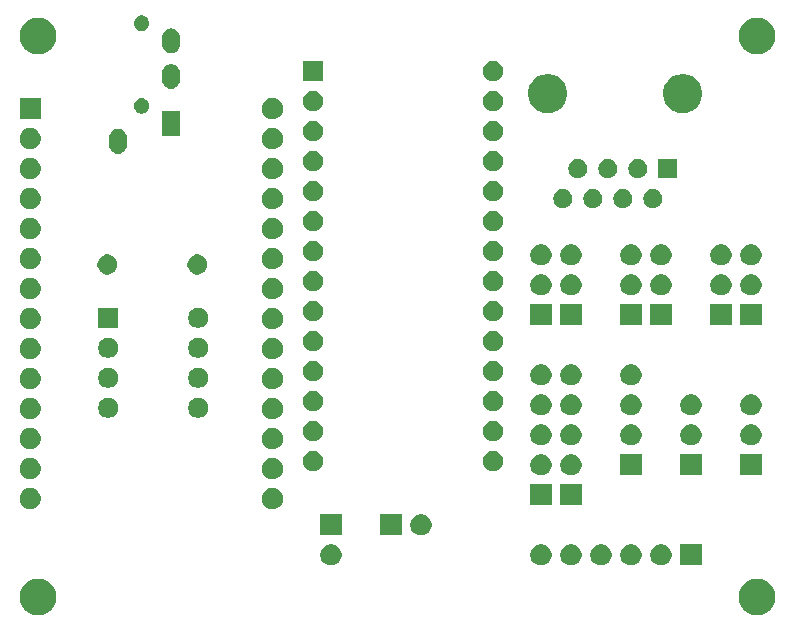
<source format=gbr>
G04 #@! TF.GenerationSoftware,KiCad,Pcbnew,(5.1.5)-3*
G04 #@! TF.CreationDate,2020-05-03T22:11:53-05:00*
G04 #@! TF.ProjectId,ControlBoardT4_28PinSound,436f6e74-726f-46c4-926f-61726454345f,rev?*
G04 #@! TF.SameCoordinates,Original*
G04 #@! TF.FileFunction,Soldermask,Bot*
G04 #@! TF.FilePolarity,Negative*
%FSLAX46Y46*%
G04 Gerber Fmt 4.6, Leading zero omitted, Abs format (unit mm)*
G04 Created by KiCad (PCBNEW (5.1.5)-3) date 2020-05-03 22:11:53*
%MOMM*%
%LPD*%
G04 APERTURE LIST*
%ADD10C,0.100000*%
G04 APERTURE END LIST*
D10*
G36*
X173226585Y-118642802D02*
G01*
X173376410Y-118672604D01*
X173658674Y-118789521D01*
X173912705Y-118959259D01*
X174128741Y-119175295D01*
X174298479Y-119429326D01*
X174415396Y-119711590D01*
X174475000Y-120011240D01*
X174475000Y-120316760D01*
X174415396Y-120616410D01*
X174298479Y-120898674D01*
X174128741Y-121152705D01*
X173912705Y-121368741D01*
X173658674Y-121538479D01*
X173376410Y-121655396D01*
X173226585Y-121685198D01*
X173076761Y-121715000D01*
X172771239Y-121715000D01*
X172621415Y-121685198D01*
X172471590Y-121655396D01*
X172189326Y-121538479D01*
X171935295Y-121368741D01*
X171719259Y-121152705D01*
X171549521Y-120898674D01*
X171432604Y-120616410D01*
X171373000Y-120316760D01*
X171373000Y-120011240D01*
X171432604Y-119711590D01*
X171549521Y-119429326D01*
X171719259Y-119175295D01*
X171935295Y-118959259D01*
X172189326Y-118789521D01*
X172471590Y-118672604D01*
X172621415Y-118642802D01*
X172771239Y-118613000D01*
X173076761Y-118613000D01*
X173226585Y-118642802D01*
G37*
G36*
X112336585Y-118642802D02*
G01*
X112486410Y-118672604D01*
X112768674Y-118789521D01*
X113022705Y-118959259D01*
X113238741Y-119175295D01*
X113408479Y-119429326D01*
X113525396Y-119711590D01*
X113585000Y-120011240D01*
X113585000Y-120316760D01*
X113525396Y-120616410D01*
X113408479Y-120898674D01*
X113238741Y-121152705D01*
X113022705Y-121368741D01*
X112768674Y-121538479D01*
X112486410Y-121655396D01*
X112336585Y-121685198D01*
X112186761Y-121715000D01*
X111881239Y-121715000D01*
X111731415Y-121685198D01*
X111581590Y-121655396D01*
X111299326Y-121538479D01*
X111045295Y-121368741D01*
X110829259Y-121152705D01*
X110659521Y-120898674D01*
X110542604Y-120616410D01*
X110483000Y-120316760D01*
X110483000Y-120011240D01*
X110542604Y-119711590D01*
X110659521Y-119429326D01*
X110829259Y-119175295D01*
X111045295Y-118959259D01*
X111299326Y-118789521D01*
X111581590Y-118672604D01*
X111731415Y-118642802D01*
X111881239Y-118613000D01*
X112186761Y-118613000D01*
X112336585Y-118642802D01*
G37*
G36*
X157276012Y-115689927D02*
G01*
X157425312Y-115719624D01*
X157589284Y-115787544D01*
X157736854Y-115886147D01*
X157862353Y-116011646D01*
X157960956Y-116159216D01*
X158028876Y-116323188D01*
X158063500Y-116497259D01*
X158063500Y-116674741D01*
X158028876Y-116848812D01*
X157960956Y-117012784D01*
X157862353Y-117160354D01*
X157736854Y-117285853D01*
X157589284Y-117384456D01*
X157425312Y-117452376D01*
X157276012Y-117482073D01*
X157251242Y-117487000D01*
X157073758Y-117487000D01*
X157048988Y-117482073D01*
X156899688Y-117452376D01*
X156735716Y-117384456D01*
X156588146Y-117285853D01*
X156462647Y-117160354D01*
X156364044Y-117012784D01*
X156296124Y-116848812D01*
X156261500Y-116674741D01*
X156261500Y-116497259D01*
X156296124Y-116323188D01*
X156364044Y-116159216D01*
X156462647Y-116011646D01*
X156588146Y-115886147D01*
X156735716Y-115787544D01*
X156899688Y-115719624D01*
X157048988Y-115689927D01*
X157073758Y-115685000D01*
X157251242Y-115685000D01*
X157276012Y-115689927D01*
G37*
G36*
X159816012Y-115689927D02*
G01*
X159965312Y-115719624D01*
X160129284Y-115787544D01*
X160276854Y-115886147D01*
X160402353Y-116011646D01*
X160500956Y-116159216D01*
X160568876Y-116323188D01*
X160603500Y-116497259D01*
X160603500Y-116674741D01*
X160568876Y-116848812D01*
X160500956Y-117012784D01*
X160402353Y-117160354D01*
X160276854Y-117285853D01*
X160129284Y-117384456D01*
X159965312Y-117452376D01*
X159816012Y-117482073D01*
X159791242Y-117487000D01*
X159613758Y-117487000D01*
X159588988Y-117482073D01*
X159439688Y-117452376D01*
X159275716Y-117384456D01*
X159128146Y-117285853D01*
X159002647Y-117160354D01*
X158904044Y-117012784D01*
X158836124Y-116848812D01*
X158801500Y-116674741D01*
X158801500Y-116497259D01*
X158836124Y-116323188D01*
X158904044Y-116159216D01*
X159002647Y-116011646D01*
X159128146Y-115886147D01*
X159275716Y-115787544D01*
X159439688Y-115719624D01*
X159588988Y-115689927D01*
X159613758Y-115685000D01*
X159791242Y-115685000D01*
X159816012Y-115689927D01*
G37*
G36*
X164896012Y-115689927D02*
G01*
X165045312Y-115719624D01*
X165209284Y-115787544D01*
X165356854Y-115886147D01*
X165482353Y-116011646D01*
X165580956Y-116159216D01*
X165648876Y-116323188D01*
X165683500Y-116497259D01*
X165683500Y-116674741D01*
X165648876Y-116848812D01*
X165580956Y-117012784D01*
X165482353Y-117160354D01*
X165356854Y-117285853D01*
X165209284Y-117384456D01*
X165045312Y-117452376D01*
X164896012Y-117482073D01*
X164871242Y-117487000D01*
X164693758Y-117487000D01*
X164668988Y-117482073D01*
X164519688Y-117452376D01*
X164355716Y-117384456D01*
X164208146Y-117285853D01*
X164082647Y-117160354D01*
X163984044Y-117012784D01*
X163916124Y-116848812D01*
X163881500Y-116674741D01*
X163881500Y-116497259D01*
X163916124Y-116323188D01*
X163984044Y-116159216D01*
X164082647Y-116011646D01*
X164208146Y-115886147D01*
X164355716Y-115787544D01*
X164519688Y-115719624D01*
X164668988Y-115689927D01*
X164693758Y-115685000D01*
X164871242Y-115685000D01*
X164896012Y-115689927D01*
G37*
G36*
X168223500Y-117487000D02*
G01*
X166421500Y-117487000D01*
X166421500Y-115685000D01*
X168223500Y-115685000D01*
X168223500Y-117487000D01*
G37*
G36*
X136956012Y-115689927D02*
G01*
X137105312Y-115719624D01*
X137269284Y-115787544D01*
X137416854Y-115886147D01*
X137542353Y-116011646D01*
X137640956Y-116159216D01*
X137708876Y-116323188D01*
X137743500Y-116497259D01*
X137743500Y-116674741D01*
X137708876Y-116848812D01*
X137640956Y-117012784D01*
X137542353Y-117160354D01*
X137416854Y-117285853D01*
X137269284Y-117384456D01*
X137105312Y-117452376D01*
X136956012Y-117482073D01*
X136931242Y-117487000D01*
X136753758Y-117487000D01*
X136728988Y-117482073D01*
X136579688Y-117452376D01*
X136415716Y-117384456D01*
X136268146Y-117285853D01*
X136142647Y-117160354D01*
X136044044Y-117012784D01*
X135976124Y-116848812D01*
X135941500Y-116674741D01*
X135941500Y-116497259D01*
X135976124Y-116323188D01*
X136044044Y-116159216D01*
X136142647Y-116011646D01*
X136268146Y-115886147D01*
X136415716Y-115787544D01*
X136579688Y-115719624D01*
X136728988Y-115689927D01*
X136753758Y-115685000D01*
X136931242Y-115685000D01*
X136956012Y-115689927D01*
G37*
G36*
X154736012Y-115689927D02*
G01*
X154885312Y-115719624D01*
X155049284Y-115787544D01*
X155196854Y-115886147D01*
X155322353Y-116011646D01*
X155420956Y-116159216D01*
X155488876Y-116323188D01*
X155523500Y-116497259D01*
X155523500Y-116674741D01*
X155488876Y-116848812D01*
X155420956Y-117012784D01*
X155322353Y-117160354D01*
X155196854Y-117285853D01*
X155049284Y-117384456D01*
X154885312Y-117452376D01*
X154736012Y-117482073D01*
X154711242Y-117487000D01*
X154533758Y-117487000D01*
X154508988Y-117482073D01*
X154359688Y-117452376D01*
X154195716Y-117384456D01*
X154048146Y-117285853D01*
X153922647Y-117160354D01*
X153824044Y-117012784D01*
X153756124Y-116848812D01*
X153721500Y-116674741D01*
X153721500Y-116497259D01*
X153756124Y-116323188D01*
X153824044Y-116159216D01*
X153922647Y-116011646D01*
X154048146Y-115886147D01*
X154195716Y-115787544D01*
X154359688Y-115719624D01*
X154508988Y-115689927D01*
X154533758Y-115685000D01*
X154711242Y-115685000D01*
X154736012Y-115689927D01*
G37*
G36*
X162356012Y-115689927D02*
G01*
X162505312Y-115719624D01*
X162669284Y-115787544D01*
X162816854Y-115886147D01*
X162942353Y-116011646D01*
X163040956Y-116159216D01*
X163108876Y-116323188D01*
X163143500Y-116497259D01*
X163143500Y-116674741D01*
X163108876Y-116848812D01*
X163040956Y-117012784D01*
X162942353Y-117160354D01*
X162816854Y-117285853D01*
X162669284Y-117384456D01*
X162505312Y-117452376D01*
X162356012Y-117482073D01*
X162331242Y-117487000D01*
X162153758Y-117487000D01*
X162128988Y-117482073D01*
X161979688Y-117452376D01*
X161815716Y-117384456D01*
X161668146Y-117285853D01*
X161542647Y-117160354D01*
X161444044Y-117012784D01*
X161376124Y-116848812D01*
X161341500Y-116674741D01*
X161341500Y-116497259D01*
X161376124Y-116323188D01*
X161444044Y-116159216D01*
X161542647Y-116011646D01*
X161668146Y-115886147D01*
X161815716Y-115787544D01*
X161979688Y-115719624D01*
X162128988Y-115689927D01*
X162153758Y-115685000D01*
X162331242Y-115685000D01*
X162356012Y-115689927D01*
G37*
G36*
X142823500Y-114947000D02*
G01*
X141021500Y-114947000D01*
X141021500Y-113145000D01*
X142823500Y-113145000D01*
X142823500Y-114947000D01*
G37*
G36*
X144576012Y-113149927D02*
G01*
X144725312Y-113179624D01*
X144889284Y-113247544D01*
X145036854Y-113346147D01*
X145162353Y-113471646D01*
X145260956Y-113619216D01*
X145328876Y-113783188D01*
X145363500Y-113957259D01*
X145363500Y-114134741D01*
X145328876Y-114308812D01*
X145260956Y-114472784D01*
X145162353Y-114620354D01*
X145036854Y-114745853D01*
X144889284Y-114844456D01*
X144725312Y-114912376D01*
X144576012Y-114942073D01*
X144551242Y-114947000D01*
X144373758Y-114947000D01*
X144348988Y-114942073D01*
X144199688Y-114912376D01*
X144035716Y-114844456D01*
X143888146Y-114745853D01*
X143762647Y-114620354D01*
X143664044Y-114472784D01*
X143596124Y-114308812D01*
X143561500Y-114134741D01*
X143561500Y-113957259D01*
X143596124Y-113783188D01*
X143664044Y-113619216D01*
X143762647Y-113471646D01*
X143888146Y-113346147D01*
X144035716Y-113247544D01*
X144199688Y-113179624D01*
X144348988Y-113149927D01*
X144373758Y-113145000D01*
X144551242Y-113145000D01*
X144576012Y-113149927D01*
G37*
G36*
X137743500Y-114947000D02*
G01*
X135941500Y-114947000D01*
X135941500Y-113145000D01*
X137743500Y-113145000D01*
X137743500Y-114947000D01*
G37*
G36*
X111492512Y-110927427D02*
G01*
X111641812Y-110957124D01*
X111805784Y-111025044D01*
X111953354Y-111123647D01*
X112078853Y-111249146D01*
X112177456Y-111396716D01*
X112245376Y-111560688D01*
X112280000Y-111734759D01*
X112280000Y-111912241D01*
X112245376Y-112086312D01*
X112177456Y-112250284D01*
X112078853Y-112397854D01*
X111953354Y-112523353D01*
X111805784Y-112621956D01*
X111641812Y-112689876D01*
X111492512Y-112719573D01*
X111467742Y-112724500D01*
X111290258Y-112724500D01*
X111265488Y-112719573D01*
X111116188Y-112689876D01*
X110952216Y-112621956D01*
X110804646Y-112523353D01*
X110679147Y-112397854D01*
X110580544Y-112250284D01*
X110512624Y-112086312D01*
X110478000Y-111912241D01*
X110478000Y-111734759D01*
X110512624Y-111560688D01*
X110580544Y-111396716D01*
X110679147Y-111249146D01*
X110804646Y-111123647D01*
X110952216Y-111025044D01*
X111116188Y-110957124D01*
X111265488Y-110927427D01*
X111290258Y-110922500D01*
X111467742Y-110922500D01*
X111492512Y-110927427D01*
G37*
G36*
X131992512Y-110927427D02*
G01*
X132141812Y-110957124D01*
X132305784Y-111025044D01*
X132453354Y-111123647D01*
X132578853Y-111249146D01*
X132677456Y-111396716D01*
X132745376Y-111560688D01*
X132780000Y-111734759D01*
X132780000Y-111912241D01*
X132745376Y-112086312D01*
X132677456Y-112250284D01*
X132578853Y-112397854D01*
X132453354Y-112523353D01*
X132305784Y-112621956D01*
X132141812Y-112689876D01*
X131992512Y-112719573D01*
X131967742Y-112724500D01*
X131790258Y-112724500D01*
X131765488Y-112719573D01*
X131616188Y-112689876D01*
X131452216Y-112621956D01*
X131304646Y-112523353D01*
X131179147Y-112397854D01*
X131080544Y-112250284D01*
X131012624Y-112086312D01*
X130978000Y-111912241D01*
X130978000Y-111734759D01*
X131012624Y-111560688D01*
X131080544Y-111396716D01*
X131179147Y-111249146D01*
X131304646Y-111123647D01*
X131452216Y-111025044D01*
X131616188Y-110957124D01*
X131765488Y-110927427D01*
X131790258Y-110922500D01*
X131967742Y-110922500D01*
X131992512Y-110927427D01*
G37*
G36*
X158063500Y-112407000D02*
G01*
X156261500Y-112407000D01*
X156261500Y-110605000D01*
X158063500Y-110605000D01*
X158063500Y-112407000D01*
G37*
G36*
X155523500Y-112407000D02*
G01*
X153721500Y-112407000D01*
X153721500Y-110605000D01*
X155523500Y-110605000D01*
X155523500Y-112407000D01*
G37*
G36*
X111492512Y-108387427D02*
G01*
X111641812Y-108417124D01*
X111805784Y-108485044D01*
X111953354Y-108583647D01*
X112078853Y-108709146D01*
X112177456Y-108856716D01*
X112245376Y-109020688D01*
X112280000Y-109194759D01*
X112280000Y-109372241D01*
X112245376Y-109546312D01*
X112177456Y-109710284D01*
X112078853Y-109857854D01*
X111953354Y-109983353D01*
X111805784Y-110081956D01*
X111641812Y-110149876D01*
X111492512Y-110179573D01*
X111467742Y-110184500D01*
X111290258Y-110184500D01*
X111265488Y-110179573D01*
X111116188Y-110149876D01*
X110952216Y-110081956D01*
X110804646Y-109983353D01*
X110679147Y-109857854D01*
X110580544Y-109710284D01*
X110512624Y-109546312D01*
X110478000Y-109372241D01*
X110478000Y-109194759D01*
X110512624Y-109020688D01*
X110580544Y-108856716D01*
X110679147Y-108709146D01*
X110804646Y-108583647D01*
X110952216Y-108485044D01*
X111116188Y-108417124D01*
X111265488Y-108387427D01*
X111290258Y-108382500D01*
X111467742Y-108382500D01*
X111492512Y-108387427D01*
G37*
G36*
X131992512Y-108387427D02*
G01*
X132141812Y-108417124D01*
X132305784Y-108485044D01*
X132453354Y-108583647D01*
X132578853Y-108709146D01*
X132677456Y-108856716D01*
X132745376Y-109020688D01*
X132780000Y-109194759D01*
X132780000Y-109372241D01*
X132745376Y-109546312D01*
X132677456Y-109710284D01*
X132578853Y-109857854D01*
X132453354Y-109983353D01*
X132305784Y-110081956D01*
X132141812Y-110149876D01*
X131992512Y-110179573D01*
X131967742Y-110184500D01*
X131790258Y-110184500D01*
X131765488Y-110179573D01*
X131616188Y-110149876D01*
X131452216Y-110081956D01*
X131304646Y-109983353D01*
X131179147Y-109857854D01*
X131080544Y-109710284D01*
X131012624Y-109546312D01*
X130978000Y-109372241D01*
X130978000Y-109194759D01*
X131012624Y-109020688D01*
X131080544Y-108856716D01*
X131179147Y-108709146D01*
X131304646Y-108583647D01*
X131452216Y-108485044D01*
X131616188Y-108417124D01*
X131765488Y-108387427D01*
X131790258Y-108382500D01*
X131967742Y-108382500D01*
X131992512Y-108387427D01*
G37*
G36*
X173303500Y-109867000D02*
G01*
X171501500Y-109867000D01*
X171501500Y-108065000D01*
X173303500Y-108065000D01*
X173303500Y-109867000D01*
G37*
G36*
X168223500Y-109867000D02*
G01*
X166421500Y-109867000D01*
X166421500Y-108065000D01*
X168223500Y-108065000D01*
X168223500Y-109867000D01*
G37*
G36*
X163143500Y-109867000D02*
G01*
X161341500Y-109867000D01*
X161341500Y-108065000D01*
X163143500Y-108065000D01*
X163143500Y-109867000D01*
G37*
G36*
X154736012Y-108069927D02*
G01*
X154885312Y-108099624D01*
X155049284Y-108167544D01*
X155196854Y-108266147D01*
X155322353Y-108391646D01*
X155420956Y-108539216D01*
X155488876Y-108703188D01*
X155523500Y-108877259D01*
X155523500Y-109054741D01*
X155488876Y-109228812D01*
X155420956Y-109392784D01*
X155322353Y-109540354D01*
X155196854Y-109665853D01*
X155049284Y-109764456D01*
X154885312Y-109832376D01*
X154736012Y-109862073D01*
X154711242Y-109867000D01*
X154533758Y-109867000D01*
X154508988Y-109862073D01*
X154359688Y-109832376D01*
X154195716Y-109764456D01*
X154048146Y-109665853D01*
X153922647Y-109540354D01*
X153824044Y-109392784D01*
X153756124Y-109228812D01*
X153721500Y-109054741D01*
X153721500Y-108877259D01*
X153756124Y-108703188D01*
X153824044Y-108539216D01*
X153922647Y-108391646D01*
X154048146Y-108266147D01*
X154195716Y-108167544D01*
X154359688Y-108099624D01*
X154508988Y-108069927D01*
X154533758Y-108065000D01*
X154711242Y-108065000D01*
X154736012Y-108069927D01*
G37*
G36*
X157276012Y-108069927D02*
G01*
X157425312Y-108099624D01*
X157589284Y-108167544D01*
X157736854Y-108266147D01*
X157862353Y-108391646D01*
X157960956Y-108539216D01*
X158028876Y-108703188D01*
X158063500Y-108877259D01*
X158063500Y-109054741D01*
X158028876Y-109228812D01*
X157960956Y-109392784D01*
X157862353Y-109540354D01*
X157736854Y-109665853D01*
X157589284Y-109764456D01*
X157425312Y-109832376D01*
X157276012Y-109862073D01*
X157251242Y-109867000D01*
X157073758Y-109867000D01*
X157048988Y-109862073D01*
X156899688Y-109832376D01*
X156735716Y-109764456D01*
X156588146Y-109665853D01*
X156462647Y-109540354D01*
X156364044Y-109392784D01*
X156296124Y-109228812D01*
X156261500Y-109054741D01*
X156261500Y-108877259D01*
X156296124Y-108703188D01*
X156364044Y-108539216D01*
X156462647Y-108391646D01*
X156588146Y-108266147D01*
X156735716Y-108167544D01*
X156899688Y-108099624D01*
X157048988Y-108069927D01*
X157073758Y-108065000D01*
X157251242Y-108065000D01*
X157276012Y-108069927D01*
G37*
G36*
X150806728Y-107830203D02*
G01*
X150961600Y-107894353D01*
X151100981Y-107987485D01*
X151219515Y-108106019D01*
X151312647Y-108245400D01*
X151376797Y-108400272D01*
X151409500Y-108564684D01*
X151409500Y-108732316D01*
X151376797Y-108896728D01*
X151312647Y-109051600D01*
X151219515Y-109190981D01*
X151100981Y-109309515D01*
X150961600Y-109402647D01*
X150806728Y-109466797D01*
X150642316Y-109499500D01*
X150474684Y-109499500D01*
X150310272Y-109466797D01*
X150155400Y-109402647D01*
X150016019Y-109309515D01*
X149897485Y-109190981D01*
X149804353Y-109051600D01*
X149740203Y-108896728D01*
X149707500Y-108732316D01*
X149707500Y-108564684D01*
X149740203Y-108400272D01*
X149804353Y-108245400D01*
X149897485Y-108106019D01*
X150016019Y-107987485D01*
X150155400Y-107894353D01*
X150310272Y-107830203D01*
X150474684Y-107797500D01*
X150642316Y-107797500D01*
X150806728Y-107830203D01*
G37*
G36*
X135566728Y-107830203D02*
G01*
X135721600Y-107894353D01*
X135860981Y-107987485D01*
X135979515Y-108106019D01*
X136072647Y-108245400D01*
X136136797Y-108400272D01*
X136169500Y-108564684D01*
X136169500Y-108732316D01*
X136136797Y-108896728D01*
X136072647Y-109051600D01*
X135979515Y-109190981D01*
X135860981Y-109309515D01*
X135721600Y-109402647D01*
X135566728Y-109466797D01*
X135402316Y-109499500D01*
X135234684Y-109499500D01*
X135070272Y-109466797D01*
X134915400Y-109402647D01*
X134776019Y-109309515D01*
X134657485Y-109190981D01*
X134564353Y-109051600D01*
X134500203Y-108896728D01*
X134467500Y-108732316D01*
X134467500Y-108564684D01*
X134500203Y-108400272D01*
X134564353Y-108245400D01*
X134657485Y-108106019D01*
X134776019Y-107987485D01*
X134915400Y-107894353D01*
X135070272Y-107830203D01*
X135234684Y-107797500D01*
X135402316Y-107797500D01*
X135566728Y-107830203D01*
G37*
G36*
X111492512Y-105847427D02*
G01*
X111641812Y-105877124D01*
X111805784Y-105945044D01*
X111953354Y-106043647D01*
X112078853Y-106169146D01*
X112177456Y-106316716D01*
X112245376Y-106480688D01*
X112280000Y-106654759D01*
X112280000Y-106832241D01*
X112245376Y-107006312D01*
X112177456Y-107170284D01*
X112078853Y-107317854D01*
X111953354Y-107443353D01*
X111805784Y-107541956D01*
X111641812Y-107609876D01*
X111492512Y-107639573D01*
X111467742Y-107644500D01*
X111290258Y-107644500D01*
X111265488Y-107639573D01*
X111116188Y-107609876D01*
X110952216Y-107541956D01*
X110804646Y-107443353D01*
X110679147Y-107317854D01*
X110580544Y-107170284D01*
X110512624Y-107006312D01*
X110478000Y-106832241D01*
X110478000Y-106654759D01*
X110512624Y-106480688D01*
X110580544Y-106316716D01*
X110679147Y-106169146D01*
X110804646Y-106043647D01*
X110952216Y-105945044D01*
X111116188Y-105877124D01*
X111265488Y-105847427D01*
X111290258Y-105842500D01*
X111467742Y-105842500D01*
X111492512Y-105847427D01*
G37*
G36*
X131992512Y-105847427D02*
G01*
X132141812Y-105877124D01*
X132305784Y-105945044D01*
X132453354Y-106043647D01*
X132578853Y-106169146D01*
X132677456Y-106316716D01*
X132745376Y-106480688D01*
X132780000Y-106654759D01*
X132780000Y-106832241D01*
X132745376Y-107006312D01*
X132677456Y-107170284D01*
X132578853Y-107317854D01*
X132453354Y-107443353D01*
X132305784Y-107541956D01*
X132141812Y-107609876D01*
X131992512Y-107639573D01*
X131967742Y-107644500D01*
X131790258Y-107644500D01*
X131765488Y-107639573D01*
X131616188Y-107609876D01*
X131452216Y-107541956D01*
X131304646Y-107443353D01*
X131179147Y-107317854D01*
X131080544Y-107170284D01*
X131012624Y-107006312D01*
X130978000Y-106832241D01*
X130978000Y-106654759D01*
X131012624Y-106480688D01*
X131080544Y-106316716D01*
X131179147Y-106169146D01*
X131304646Y-106043647D01*
X131452216Y-105945044D01*
X131616188Y-105877124D01*
X131765488Y-105847427D01*
X131790258Y-105842500D01*
X131967742Y-105842500D01*
X131992512Y-105847427D01*
G37*
G36*
X172516012Y-105529927D02*
G01*
X172665312Y-105559624D01*
X172829284Y-105627544D01*
X172976854Y-105726147D01*
X173102353Y-105851646D01*
X173200956Y-105999216D01*
X173268876Y-106163188D01*
X173303500Y-106337259D01*
X173303500Y-106514741D01*
X173268876Y-106688812D01*
X173200956Y-106852784D01*
X173102353Y-107000354D01*
X172976854Y-107125853D01*
X172829284Y-107224456D01*
X172665312Y-107292376D01*
X172516012Y-107322073D01*
X172491242Y-107327000D01*
X172313758Y-107327000D01*
X172288988Y-107322073D01*
X172139688Y-107292376D01*
X171975716Y-107224456D01*
X171828146Y-107125853D01*
X171702647Y-107000354D01*
X171604044Y-106852784D01*
X171536124Y-106688812D01*
X171501500Y-106514741D01*
X171501500Y-106337259D01*
X171536124Y-106163188D01*
X171604044Y-105999216D01*
X171702647Y-105851646D01*
X171828146Y-105726147D01*
X171975716Y-105627544D01*
X172139688Y-105559624D01*
X172288988Y-105529927D01*
X172313758Y-105525000D01*
X172491242Y-105525000D01*
X172516012Y-105529927D01*
G37*
G36*
X157276012Y-105529927D02*
G01*
X157425312Y-105559624D01*
X157589284Y-105627544D01*
X157736854Y-105726147D01*
X157862353Y-105851646D01*
X157960956Y-105999216D01*
X158028876Y-106163188D01*
X158063500Y-106337259D01*
X158063500Y-106514741D01*
X158028876Y-106688812D01*
X157960956Y-106852784D01*
X157862353Y-107000354D01*
X157736854Y-107125853D01*
X157589284Y-107224456D01*
X157425312Y-107292376D01*
X157276012Y-107322073D01*
X157251242Y-107327000D01*
X157073758Y-107327000D01*
X157048988Y-107322073D01*
X156899688Y-107292376D01*
X156735716Y-107224456D01*
X156588146Y-107125853D01*
X156462647Y-107000354D01*
X156364044Y-106852784D01*
X156296124Y-106688812D01*
X156261500Y-106514741D01*
X156261500Y-106337259D01*
X156296124Y-106163188D01*
X156364044Y-105999216D01*
X156462647Y-105851646D01*
X156588146Y-105726147D01*
X156735716Y-105627544D01*
X156899688Y-105559624D01*
X157048988Y-105529927D01*
X157073758Y-105525000D01*
X157251242Y-105525000D01*
X157276012Y-105529927D01*
G37*
G36*
X154736012Y-105529927D02*
G01*
X154885312Y-105559624D01*
X155049284Y-105627544D01*
X155196854Y-105726147D01*
X155322353Y-105851646D01*
X155420956Y-105999216D01*
X155488876Y-106163188D01*
X155523500Y-106337259D01*
X155523500Y-106514741D01*
X155488876Y-106688812D01*
X155420956Y-106852784D01*
X155322353Y-107000354D01*
X155196854Y-107125853D01*
X155049284Y-107224456D01*
X154885312Y-107292376D01*
X154736012Y-107322073D01*
X154711242Y-107327000D01*
X154533758Y-107327000D01*
X154508988Y-107322073D01*
X154359688Y-107292376D01*
X154195716Y-107224456D01*
X154048146Y-107125853D01*
X153922647Y-107000354D01*
X153824044Y-106852784D01*
X153756124Y-106688812D01*
X153721500Y-106514741D01*
X153721500Y-106337259D01*
X153756124Y-106163188D01*
X153824044Y-105999216D01*
X153922647Y-105851646D01*
X154048146Y-105726147D01*
X154195716Y-105627544D01*
X154359688Y-105559624D01*
X154508988Y-105529927D01*
X154533758Y-105525000D01*
X154711242Y-105525000D01*
X154736012Y-105529927D01*
G37*
G36*
X162356012Y-105529927D02*
G01*
X162505312Y-105559624D01*
X162669284Y-105627544D01*
X162816854Y-105726147D01*
X162942353Y-105851646D01*
X163040956Y-105999216D01*
X163108876Y-106163188D01*
X163143500Y-106337259D01*
X163143500Y-106514741D01*
X163108876Y-106688812D01*
X163040956Y-106852784D01*
X162942353Y-107000354D01*
X162816854Y-107125853D01*
X162669284Y-107224456D01*
X162505312Y-107292376D01*
X162356012Y-107322073D01*
X162331242Y-107327000D01*
X162153758Y-107327000D01*
X162128988Y-107322073D01*
X161979688Y-107292376D01*
X161815716Y-107224456D01*
X161668146Y-107125853D01*
X161542647Y-107000354D01*
X161444044Y-106852784D01*
X161376124Y-106688812D01*
X161341500Y-106514741D01*
X161341500Y-106337259D01*
X161376124Y-106163188D01*
X161444044Y-105999216D01*
X161542647Y-105851646D01*
X161668146Y-105726147D01*
X161815716Y-105627544D01*
X161979688Y-105559624D01*
X162128988Y-105529927D01*
X162153758Y-105525000D01*
X162331242Y-105525000D01*
X162356012Y-105529927D01*
G37*
G36*
X167436012Y-105529927D02*
G01*
X167585312Y-105559624D01*
X167749284Y-105627544D01*
X167896854Y-105726147D01*
X168022353Y-105851646D01*
X168120956Y-105999216D01*
X168188876Y-106163188D01*
X168223500Y-106337259D01*
X168223500Y-106514741D01*
X168188876Y-106688812D01*
X168120956Y-106852784D01*
X168022353Y-107000354D01*
X167896854Y-107125853D01*
X167749284Y-107224456D01*
X167585312Y-107292376D01*
X167436012Y-107322073D01*
X167411242Y-107327000D01*
X167233758Y-107327000D01*
X167208988Y-107322073D01*
X167059688Y-107292376D01*
X166895716Y-107224456D01*
X166748146Y-107125853D01*
X166622647Y-107000354D01*
X166524044Y-106852784D01*
X166456124Y-106688812D01*
X166421500Y-106514741D01*
X166421500Y-106337259D01*
X166456124Y-106163188D01*
X166524044Y-105999216D01*
X166622647Y-105851646D01*
X166748146Y-105726147D01*
X166895716Y-105627544D01*
X167059688Y-105559624D01*
X167208988Y-105529927D01*
X167233758Y-105525000D01*
X167411242Y-105525000D01*
X167436012Y-105529927D01*
G37*
G36*
X135566728Y-105290203D02*
G01*
X135721600Y-105354353D01*
X135860981Y-105447485D01*
X135979515Y-105566019D01*
X136072647Y-105705400D01*
X136136797Y-105860272D01*
X136169500Y-106024684D01*
X136169500Y-106192316D01*
X136136797Y-106356728D01*
X136072647Y-106511600D01*
X135979515Y-106650981D01*
X135860981Y-106769515D01*
X135721600Y-106862647D01*
X135566728Y-106926797D01*
X135402316Y-106959500D01*
X135234684Y-106959500D01*
X135070272Y-106926797D01*
X134915400Y-106862647D01*
X134776019Y-106769515D01*
X134657485Y-106650981D01*
X134564353Y-106511600D01*
X134500203Y-106356728D01*
X134467500Y-106192316D01*
X134467500Y-106024684D01*
X134500203Y-105860272D01*
X134564353Y-105705400D01*
X134657485Y-105566019D01*
X134776019Y-105447485D01*
X134915400Y-105354353D01*
X135070272Y-105290203D01*
X135234684Y-105257500D01*
X135402316Y-105257500D01*
X135566728Y-105290203D01*
G37*
G36*
X150806728Y-105290203D02*
G01*
X150961600Y-105354353D01*
X151100981Y-105447485D01*
X151219515Y-105566019D01*
X151312647Y-105705400D01*
X151376797Y-105860272D01*
X151409500Y-106024684D01*
X151409500Y-106192316D01*
X151376797Y-106356728D01*
X151312647Y-106511600D01*
X151219515Y-106650981D01*
X151100981Y-106769515D01*
X150961600Y-106862647D01*
X150806728Y-106926797D01*
X150642316Y-106959500D01*
X150474684Y-106959500D01*
X150310272Y-106926797D01*
X150155400Y-106862647D01*
X150016019Y-106769515D01*
X149897485Y-106650981D01*
X149804353Y-106511600D01*
X149740203Y-106356728D01*
X149707500Y-106192316D01*
X149707500Y-106024684D01*
X149740203Y-105860272D01*
X149804353Y-105705400D01*
X149897485Y-105566019D01*
X150016019Y-105447485D01*
X150155400Y-105354353D01*
X150310272Y-105290203D01*
X150474684Y-105257500D01*
X150642316Y-105257500D01*
X150806728Y-105290203D01*
G37*
G36*
X131992512Y-103307427D02*
G01*
X132141812Y-103337124D01*
X132305784Y-103405044D01*
X132453354Y-103503647D01*
X132578853Y-103629146D01*
X132677456Y-103776716D01*
X132745376Y-103940688D01*
X132780000Y-104114759D01*
X132780000Y-104292241D01*
X132745376Y-104466312D01*
X132677456Y-104630284D01*
X132578853Y-104777854D01*
X132453354Y-104903353D01*
X132305784Y-105001956D01*
X132141812Y-105069876D01*
X131992512Y-105099573D01*
X131967742Y-105104500D01*
X131790258Y-105104500D01*
X131765488Y-105099573D01*
X131616188Y-105069876D01*
X131452216Y-105001956D01*
X131304646Y-104903353D01*
X131179147Y-104777854D01*
X131080544Y-104630284D01*
X131012624Y-104466312D01*
X130978000Y-104292241D01*
X130978000Y-104114759D01*
X131012624Y-103940688D01*
X131080544Y-103776716D01*
X131179147Y-103629146D01*
X131304646Y-103503647D01*
X131452216Y-103405044D01*
X131616188Y-103337124D01*
X131765488Y-103307427D01*
X131790258Y-103302500D01*
X131967742Y-103302500D01*
X131992512Y-103307427D01*
G37*
G36*
X111492512Y-103307427D02*
G01*
X111641812Y-103337124D01*
X111805784Y-103405044D01*
X111953354Y-103503647D01*
X112078853Y-103629146D01*
X112177456Y-103776716D01*
X112245376Y-103940688D01*
X112280000Y-104114759D01*
X112280000Y-104292241D01*
X112245376Y-104466312D01*
X112177456Y-104630284D01*
X112078853Y-104777854D01*
X111953354Y-104903353D01*
X111805784Y-105001956D01*
X111641812Y-105069876D01*
X111492512Y-105099573D01*
X111467742Y-105104500D01*
X111290258Y-105104500D01*
X111265488Y-105099573D01*
X111116188Y-105069876D01*
X110952216Y-105001956D01*
X110804646Y-104903353D01*
X110679147Y-104777854D01*
X110580544Y-104630284D01*
X110512624Y-104466312D01*
X110478000Y-104292241D01*
X110478000Y-104114759D01*
X110512624Y-103940688D01*
X110580544Y-103776716D01*
X110679147Y-103629146D01*
X110804646Y-103503647D01*
X110952216Y-103405044D01*
X111116188Y-103337124D01*
X111265488Y-103307427D01*
X111290258Y-103302500D01*
X111467742Y-103302500D01*
X111492512Y-103307427D01*
G37*
G36*
X125851228Y-103321703D02*
G01*
X126006100Y-103385853D01*
X126145481Y-103478985D01*
X126264015Y-103597519D01*
X126357147Y-103736900D01*
X126421297Y-103891772D01*
X126454000Y-104056184D01*
X126454000Y-104223816D01*
X126421297Y-104388228D01*
X126357147Y-104543100D01*
X126264015Y-104682481D01*
X126145481Y-104801015D01*
X126006100Y-104894147D01*
X125851228Y-104958297D01*
X125686816Y-104991000D01*
X125519184Y-104991000D01*
X125354772Y-104958297D01*
X125199900Y-104894147D01*
X125060519Y-104801015D01*
X124941985Y-104682481D01*
X124848853Y-104543100D01*
X124784703Y-104388228D01*
X124752000Y-104223816D01*
X124752000Y-104056184D01*
X124784703Y-103891772D01*
X124848853Y-103736900D01*
X124941985Y-103597519D01*
X125060519Y-103478985D01*
X125199900Y-103385853D01*
X125354772Y-103321703D01*
X125519184Y-103289000D01*
X125686816Y-103289000D01*
X125851228Y-103321703D01*
G37*
G36*
X118231228Y-103321703D02*
G01*
X118386100Y-103385853D01*
X118525481Y-103478985D01*
X118644015Y-103597519D01*
X118737147Y-103736900D01*
X118801297Y-103891772D01*
X118834000Y-104056184D01*
X118834000Y-104223816D01*
X118801297Y-104388228D01*
X118737147Y-104543100D01*
X118644015Y-104682481D01*
X118525481Y-104801015D01*
X118386100Y-104894147D01*
X118231228Y-104958297D01*
X118066816Y-104991000D01*
X117899184Y-104991000D01*
X117734772Y-104958297D01*
X117579900Y-104894147D01*
X117440519Y-104801015D01*
X117321985Y-104682481D01*
X117228853Y-104543100D01*
X117164703Y-104388228D01*
X117132000Y-104223816D01*
X117132000Y-104056184D01*
X117164703Y-103891772D01*
X117228853Y-103736900D01*
X117321985Y-103597519D01*
X117440519Y-103478985D01*
X117579900Y-103385853D01*
X117734772Y-103321703D01*
X117899184Y-103289000D01*
X118066816Y-103289000D01*
X118231228Y-103321703D01*
G37*
G36*
X157276012Y-102989927D02*
G01*
X157425312Y-103019624D01*
X157589284Y-103087544D01*
X157736854Y-103186147D01*
X157862353Y-103311646D01*
X157960956Y-103459216D01*
X158028876Y-103623188D01*
X158063500Y-103797259D01*
X158063500Y-103974741D01*
X158028876Y-104148812D01*
X157960956Y-104312784D01*
X157862353Y-104460354D01*
X157736854Y-104585853D01*
X157589284Y-104684456D01*
X157425312Y-104752376D01*
X157276012Y-104782073D01*
X157251242Y-104787000D01*
X157073758Y-104787000D01*
X157048988Y-104782073D01*
X156899688Y-104752376D01*
X156735716Y-104684456D01*
X156588146Y-104585853D01*
X156462647Y-104460354D01*
X156364044Y-104312784D01*
X156296124Y-104148812D01*
X156261500Y-103974741D01*
X156261500Y-103797259D01*
X156296124Y-103623188D01*
X156364044Y-103459216D01*
X156462647Y-103311646D01*
X156588146Y-103186147D01*
X156735716Y-103087544D01*
X156899688Y-103019624D01*
X157048988Y-102989927D01*
X157073758Y-102985000D01*
X157251242Y-102985000D01*
X157276012Y-102989927D01*
G37*
G36*
X154736012Y-102989927D02*
G01*
X154885312Y-103019624D01*
X155049284Y-103087544D01*
X155196854Y-103186147D01*
X155322353Y-103311646D01*
X155420956Y-103459216D01*
X155488876Y-103623188D01*
X155523500Y-103797259D01*
X155523500Y-103974741D01*
X155488876Y-104148812D01*
X155420956Y-104312784D01*
X155322353Y-104460354D01*
X155196854Y-104585853D01*
X155049284Y-104684456D01*
X154885312Y-104752376D01*
X154736012Y-104782073D01*
X154711242Y-104787000D01*
X154533758Y-104787000D01*
X154508988Y-104782073D01*
X154359688Y-104752376D01*
X154195716Y-104684456D01*
X154048146Y-104585853D01*
X153922647Y-104460354D01*
X153824044Y-104312784D01*
X153756124Y-104148812D01*
X153721500Y-103974741D01*
X153721500Y-103797259D01*
X153756124Y-103623188D01*
X153824044Y-103459216D01*
X153922647Y-103311646D01*
X154048146Y-103186147D01*
X154195716Y-103087544D01*
X154359688Y-103019624D01*
X154508988Y-102989927D01*
X154533758Y-102985000D01*
X154711242Y-102985000D01*
X154736012Y-102989927D01*
G37*
G36*
X162356012Y-102989927D02*
G01*
X162505312Y-103019624D01*
X162669284Y-103087544D01*
X162816854Y-103186147D01*
X162942353Y-103311646D01*
X163040956Y-103459216D01*
X163108876Y-103623188D01*
X163143500Y-103797259D01*
X163143500Y-103974741D01*
X163108876Y-104148812D01*
X163040956Y-104312784D01*
X162942353Y-104460354D01*
X162816854Y-104585853D01*
X162669284Y-104684456D01*
X162505312Y-104752376D01*
X162356012Y-104782073D01*
X162331242Y-104787000D01*
X162153758Y-104787000D01*
X162128988Y-104782073D01*
X161979688Y-104752376D01*
X161815716Y-104684456D01*
X161668146Y-104585853D01*
X161542647Y-104460354D01*
X161444044Y-104312784D01*
X161376124Y-104148812D01*
X161341500Y-103974741D01*
X161341500Y-103797259D01*
X161376124Y-103623188D01*
X161444044Y-103459216D01*
X161542647Y-103311646D01*
X161668146Y-103186147D01*
X161815716Y-103087544D01*
X161979688Y-103019624D01*
X162128988Y-102989927D01*
X162153758Y-102985000D01*
X162331242Y-102985000D01*
X162356012Y-102989927D01*
G37*
G36*
X167436012Y-102989927D02*
G01*
X167585312Y-103019624D01*
X167749284Y-103087544D01*
X167896854Y-103186147D01*
X168022353Y-103311646D01*
X168120956Y-103459216D01*
X168188876Y-103623188D01*
X168223500Y-103797259D01*
X168223500Y-103974741D01*
X168188876Y-104148812D01*
X168120956Y-104312784D01*
X168022353Y-104460354D01*
X167896854Y-104585853D01*
X167749284Y-104684456D01*
X167585312Y-104752376D01*
X167436012Y-104782073D01*
X167411242Y-104787000D01*
X167233758Y-104787000D01*
X167208988Y-104782073D01*
X167059688Y-104752376D01*
X166895716Y-104684456D01*
X166748146Y-104585853D01*
X166622647Y-104460354D01*
X166524044Y-104312784D01*
X166456124Y-104148812D01*
X166421500Y-103974741D01*
X166421500Y-103797259D01*
X166456124Y-103623188D01*
X166524044Y-103459216D01*
X166622647Y-103311646D01*
X166748146Y-103186147D01*
X166895716Y-103087544D01*
X167059688Y-103019624D01*
X167208988Y-102989927D01*
X167233758Y-102985000D01*
X167411242Y-102985000D01*
X167436012Y-102989927D01*
G37*
G36*
X172516012Y-102989927D02*
G01*
X172665312Y-103019624D01*
X172829284Y-103087544D01*
X172976854Y-103186147D01*
X173102353Y-103311646D01*
X173200956Y-103459216D01*
X173268876Y-103623188D01*
X173303500Y-103797259D01*
X173303500Y-103974741D01*
X173268876Y-104148812D01*
X173200956Y-104312784D01*
X173102353Y-104460354D01*
X172976854Y-104585853D01*
X172829284Y-104684456D01*
X172665312Y-104752376D01*
X172516012Y-104782073D01*
X172491242Y-104787000D01*
X172313758Y-104787000D01*
X172288988Y-104782073D01*
X172139688Y-104752376D01*
X171975716Y-104684456D01*
X171828146Y-104585853D01*
X171702647Y-104460354D01*
X171604044Y-104312784D01*
X171536124Y-104148812D01*
X171501500Y-103974741D01*
X171501500Y-103797259D01*
X171536124Y-103623188D01*
X171604044Y-103459216D01*
X171702647Y-103311646D01*
X171828146Y-103186147D01*
X171975716Y-103087544D01*
X172139688Y-103019624D01*
X172288988Y-102989927D01*
X172313758Y-102985000D01*
X172491242Y-102985000D01*
X172516012Y-102989927D01*
G37*
G36*
X135566728Y-102750203D02*
G01*
X135721600Y-102814353D01*
X135860981Y-102907485D01*
X135979515Y-103026019D01*
X136072647Y-103165400D01*
X136136797Y-103320272D01*
X136169500Y-103484684D01*
X136169500Y-103652316D01*
X136136797Y-103816728D01*
X136072647Y-103971600D01*
X135979515Y-104110981D01*
X135860981Y-104229515D01*
X135721600Y-104322647D01*
X135566728Y-104386797D01*
X135402316Y-104419500D01*
X135234684Y-104419500D01*
X135070272Y-104386797D01*
X134915400Y-104322647D01*
X134776019Y-104229515D01*
X134657485Y-104110981D01*
X134564353Y-103971600D01*
X134500203Y-103816728D01*
X134467500Y-103652316D01*
X134467500Y-103484684D01*
X134500203Y-103320272D01*
X134564353Y-103165400D01*
X134657485Y-103026019D01*
X134776019Y-102907485D01*
X134915400Y-102814353D01*
X135070272Y-102750203D01*
X135234684Y-102717500D01*
X135402316Y-102717500D01*
X135566728Y-102750203D01*
G37*
G36*
X150806728Y-102750203D02*
G01*
X150961600Y-102814353D01*
X151100981Y-102907485D01*
X151219515Y-103026019D01*
X151312647Y-103165400D01*
X151376797Y-103320272D01*
X151409500Y-103484684D01*
X151409500Y-103652316D01*
X151376797Y-103816728D01*
X151312647Y-103971600D01*
X151219515Y-104110981D01*
X151100981Y-104229515D01*
X150961600Y-104322647D01*
X150806728Y-104386797D01*
X150642316Y-104419500D01*
X150474684Y-104419500D01*
X150310272Y-104386797D01*
X150155400Y-104322647D01*
X150016019Y-104229515D01*
X149897485Y-104110981D01*
X149804353Y-103971600D01*
X149740203Y-103816728D01*
X149707500Y-103652316D01*
X149707500Y-103484684D01*
X149740203Y-103320272D01*
X149804353Y-103165400D01*
X149897485Y-103026019D01*
X150016019Y-102907485D01*
X150155400Y-102814353D01*
X150310272Y-102750203D01*
X150474684Y-102717500D01*
X150642316Y-102717500D01*
X150806728Y-102750203D01*
G37*
G36*
X111492512Y-100767427D02*
G01*
X111641812Y-100797124D01*
X111805784Y-100865044D01*
X111953354Y-100963647D01*
X112078853Y-101089146D01*
X112177456Y-101236716D01*
X112245376Y-101400688D01*
X112280000Y-101574759D01*
X112280000Y-101752241D01*
X112245376Y-101926312D01*
X112177456Y-102090284D01*
X112078853Y-102237854D01*
X111953354Y-102363353D01*
X111805784Y-102461956D01*
X111641812Y-102529876D01*
X111492512Y-102559573D01*
X111467742Y-102564500D01*
X111290258Y-102564500D01*
X111265488Y-102559573D01*
X111116188Y-102529876D01*
X110952216Y-102461956D01*
X110804646Y-102363353D01*
X110679147Y-102237854D01*
X110580544Y-102090284D01*
X110512624Y-101926312D01*
X110478000Y-101752241D01*
X110478000Y-101574759D01*
X110512624Y-101400688D01*
X110580544Y-101236716D01*
X110679147Y-101089146D01*
X110804646Y-100963647D01*
X110952216Y-100865044D01*
X111116188Y-100797124D01*
X111265488Y-100767427D01*
X111290258Y-100762500D01*
X111467742Y-100762500D01*
X111492512Y-100767427D01*
G37*
G36*
X131992512Y-100767427D02*
G01*
X132141812Y-100797124D01*
X132305784Y-100865044D01*
X132453354Y-100963647D01*
X132578853Y-101089146D01*
X132677456Y-101236716D01*
X132745376Y-101400688D01*
X132780000Y-101574759D01*
X132780000Y-101752241D01*
X132745376Y-101926312D01*
X132677456Y-102090284D01*
X132578853Y-102237854D01*
X132453354Y-102363353D01*
X132305784Y-102461956D01*
X132141812Y-102529876D01*
X131992512Y-102559573D01*
X131967742Y-102564500D01*
X131790258Y-102564500D01*
X131765488Y-102559573D01*
X131616188Y-102529876D01*
X131452216Y-102461956D01*
X131304646Y-102363353D01*
X131179147Y-102237854D01*
X131080544Y-102090284D01*
X131012624Y-101926312D01*
X130978000Y-101752241D01*
X130978000Y-101574759D01*
X131012624Y-101400688D01*
X131080544Y-101236716D01*
X131179147Y-101089146D01*
X131304646Y-100963647D01*
X131452216Y-100865044D01*
X131616188Y-100797124D01*
X131765488Y-100767427D01*
X131790258Y-100762500D01*
X131967742Y-100762500D01*
X131992512Y-100767427D01*
G37*
G36*
X118231228Y-100781703D02*
G01*
X118386100Y-100845853D01*
X118525481Y-100938985D01*
X118644015Y-101057519D01*
X118737147Y-101196900D01*
X118801297Y-101351772D01*
X118834000Y-101516184D01*
X118834000Y-101683816D01*
X118801297Y-101848228D01*
X118737147Y-102003100D01*
X118644015Y-102142481D01*
X118525481Y-102261015D01*
X118386100Y-102354147D01*
X118231228Y-102418297D01*
X118066816Y-102451000D01*
X117899184Y-102451000D01*
X117734772Y-102418297D01*
X117579900Y-102354147D01*
X117440519Y-102261015D01*
X117321985Y-102142481D01*
X117228853Y-102003100D01*
X117164703Y-101848228D01*
X117132000Y-101683816D01*
X117132000Y-101516184D01*
X117164703Y-101351772D01*
X117228853Y-101196900D01*
X117321985Y-101057519D01*
X117440519Y-100938985D01*
X117579900Y-100845853D01*
X117734772Y-100781703D01*
X117899184Y-100749000D01*
X118066816Y-100749000D01*
X118231228Y-100781703D01*
G37*
G36*
X125851228Y-100781703D02*
G01*
X126006100Y-100845853D01*
X126145481Y-100938985D01*
X126264015Y-101057519D01*
X126357147Y-101196900D01*
X126421297Y-101351772D01*
X126454000Y-101516184D01*
X126454000Y-101683816D01*
X126421297Y-101848228D01*
X126357147Y-102003100D01*
X126264015Y-102142481D01*
X126145481Y-102261015D01*
X126006100Y-102354147D01*
X125851228Y-102418297D01*
X125686816Y-102451000D01*
X125519184Y-102451000D01*
X125354772Y-102418297D01*
X125199900Y-102354147D01*
X125060519Y-102261015D01*
X124941985Y-102142481D01*
X124848853Y-102003100D01*
X124784703Y-101848228D01*
X124752000Y-101683816D01*
X124752000Y-101516184D01*
X124784703Y-101351772D01*
X124848853Y-101196900D01*
X124941985Y-101057519D01*
X125060519Y-100938985D01*
X125199900Y-100845853D01*
X125354772Y-100781703D01*
X125519184Y-100749000D01*
X125686816Y-100749000D01*
X125851228Y-100781703D01*
G37*
G36*
X157276012Y-100449927D02*
G01*
X157425312Y-100479624D01*
X157589284Y-100547544D01*
X157736854Y-100646147D01*
X157862353Y-100771646D01*
X157960956Y-100919216D01*
X158028876Y-101083188D01*
X158063500Y-101257259D01*
X158063500Y-101434741D01*
X158028876Y-101608812D01*
X157960956Y-101772784D01*
X157862353Y-101920354D01*
X157736854Y-102045853D01*
X157589284Y-102144456D01*
X157425312Y-102212376D01*
X157276012Y-102242073D01*
X157251242Y-102247000D01*
X157073758Y-102247000D01*
X157048988Y-102242073D01*
X156899688Y-102212376D01*
X156735716Y-102144456D01*
X156588146Y-102045853D01*
X156462647Y-101920354D01*
X156364044Y-101772784D01*
X156296124Y-101608812D01*
X156261500Y-101434741D01*
X156261500Y-101257259D01*
X156296124Y-101083188D01*
X156364044Y-100919216D01*
X156462647Y-100771646D01*
X156588146Y-100646147D01*
X156735716Y-100547544D01*
X156899688Y-100479624D01*
X157048988Y-100449927D01*
X157073758Y-100445000D01*
X157251242Y-100445000D01*
X157276012Y-100449927D01*
G37*
G36*
X162356012Y-100449927D02*
G01*
X162505312Y-100479624D01*
X162669284Y-100547544D01*
X162816854Y-100646147D01*
X162942353Y-100771646D01*
X163040956Y-100919216D01*
X163108876Y-101083188D01*
X163143500Y-101257259D01*
X163143500Y-101434741D01*
X163108876Y-101608812D01*
X163040956Y-101772784D01*
X162942353Y-101920354D01*
X162816854Y-102045853D01*
X162669284Y-102144456D01*
X162505312Y-102212376D01*
X162356012Y-102242073D01*
X162331242Y-102247000D01*
X162153758Y-102247000D01*
X162128988Y-102242073D01*
X161979688Y-102212376D01*
X161815716Y-102144456D01*
X161668146Y-102045853D01*
X161542647Y-101920354D01*
X161444044Y-101772784D01*
X161376124Y-101608812D01*
X161341500Y-101434741D01*
X161341500Y-101257259D01*
X161376124Y-101083188D01*
X161444044Y-100919216D01*
X161542647Y-100771646D01*
X161668146Y-100646147D01*
X161815716Y-100547544D01*
X161979688Y-100479624D01*
X162128988Y-100449927D01*
X162153758Y-100445000D01*
X162331242Y-100445000D01*
X162356012Y-100449927D01*
G37*
G36*
X154736012Y-100449927D02*
G01*
X154885312Y-100479624D01*
X155049284Y-100547544D01*
X155196854Y-100646147D01*
X155322353Y-100771646D01*
X155420956Y-100919216D01*
X155488876Y-101083188D01*
X155523500Y-101257259D01*
X155523500Y-101434741D01*
X155488876Y-101608812D01*
X155420956Y-101772784D01*
X155322353Y-101920354D01*
X155196854Y-102045853D01*
X155049284Y-102144456D01*
X154885312Y-102212376D01*
X154736012Y-102242073D01*
X154711242Y-102247000D01*
X154533758Y-102247000D01*
X154508988Y-102242073D01*
X154359688Y-102212376D01*
X154195716Y-102144456D01*
X154048146Y-102045853D01*
X153922647Y-101920354D01*
X153824044Y-101772784D01*
X153756124Y-101608812D01*
X153721500Y-101434741D01*
X153721500Y-101257259D01*
X153756124Y-101083188D01*
X153824044Y-100919216D01*
X153922647Y-100771646D01*
X154048146Y-100646147D01*
X154195716Y-100547544D01*
X154359688Y-100479624D01*
X154508988Y-100449927D01*
X154533758Y-100445000D01*
X154711242Y-100445000D01*
X154736012Y-100449927D01*
G37*
G36*
X135566728Y-100210203D02*
G01*
X135721600Y-100274353D01*
X135860981Y-100367485D01*
X135979515Y-100486019D01*
X136072647Y-100625400D01*
X136136797Y-100780272D01*
X136169500Y-100944684D01*
X136169500Y-101112316D01*
X136136797Y-101276728D01*
X136072647Y-101431600D01*
X135979515Y-101570981D01*
X135860981Y-101689515D01*
X135721600Y-101782647D01*
X135566728Y-101846797D01*
X135402316Y-101879500D01*
X135234684Y-101879500D01*
X135070272Y-101846797D01*
X134915400Y-101782647D01*
X134776019Y-101689515D01*
X134657485Y-101570981D01*
X134564353Y-101431600D01*
X134500203Y-101276728D01*
X134467500Y-101112316D01*
X134467500Y-100944684D01*
X134500203Y-100780272D01*
X134564353Y-100625400D01*
X134657485Y-100486019D01*
X134776019Y-100367485D01*
X134915400Y-100274353D01*
X135070272Y-100210203D01*
X135234684Y-100177500D01*
X135402316Y-100177500D01*
X135566728Y-100210203D01*
G37*
G36*
X150806728Y-100210203D02*
G01*
X150961600Y-100274353D01*
X151100981Y-100367485D01*
X151219515Y-100486019D01*
X151312647Y-100625400D01*
X151376797Y-100780272D01*
X151409500Y-100944684D01*
X151409500Y-101112316D01*
X151376797Y-101276728D01*
X151312647Y-101431600D01*
X151219515Y-101570981D01*
X151100981Y-101689515D01*
X150961600Y-101782647D01*
X150806728Y-101846797D01*
X150642316Y-101879500D01*
X150474684Y-101879500D01*
X150310272Y-101846797D01*
X150155400Y-101782647D01*
X150016019Y-101689515D01*
X149897485Y-101570981D01*
X149804353Y-101431600D01*
X149740203Y-101276728D01*
X149707500Y-101112316D01*
X149707500Y-100944684D01*
X149740203Y-100780272D01*
X149804353Y-100625400D01*
X149897485Y-100486019D01*
X150016019Y-100367485D01*
X150155400Y-100274353D01*
X150310272Y-100210203D01*
X150474684Y-100177500D01*
X150642316Y-100177500D01*
X150806728Y-100210203D01*
G37*
G36*
X111492512Y-98227427D02*
G01*
X111641812Y-98257124D01*
X111805784Y-98325044D01*
X111953354Y-98423647D01*
X112078853Y-98549146D01*
X112177456Y-98696716D01*
X112245376Y-98860688D01*
X112280000Y-99034759D01*
X112280000Y-99212241D01*
X112245376Y-99386312D01*
X112177456Y-99550284D01*
X112078853Y-99697854D01*
X111953354Y-99823353D01*
X111805784Y-99921956D01*
X111641812Y-99989876D01*
X111492512Y-100019573D01*
X111467742Y-100024500D01*
X111290258Y-100024500D01*
X111265488Y-100019573D01*
X111116188Y-99989876D01*
X110952216Y-99921956D01*
X110804646Y-99823353D01*
X110679147Y-99697854D01*
X110580544Y-99550284D01*
X110512624Y-99386312D01*
X110478000Y-99212241D01*
X110478000Y-99034759D01*
X110512624Y-98860688D01*
X110580544Y-98696716D01*
X110679147Y-98549146D01*
X110804646Y-98423647D01*
X110952216Y-98325044D01*
X111116188Y-98257124D01*
X111265488Y-98227427D01*
X111290258Y-98222500D01*
X111467742Y-98222500D01*
X111492512Y-98227427D01*
G37*
G36*
X131992512Y-98227427D02*
G01*
X132141812Y-98257124D01*
X132305784Y-98325044D01*
X132453354Y-98423647D01*
X132578853Y-98549146D01*
X132677456Y-98696716D01*
X132745376Y-98860688D01*
X132780000Y-99034759D01*
X132780000Y-99212241D01*
X132745376Y-99386312D01*
X132677456Y-99550284D01*
X132578853Y-99697854D01*
X132453354Y-99823353D01*
X132305784Y-99921956D01*
X132141812Y-99989876D01*
X131992512Y-100019573D01*
X131967742Y-100024500D01*
X131790258Y-100024500D01*
X131765488Y-100019573D01*
X131616188Y-99989876D01*
X131452216Y-99921956D01*
X131304646Y-99823353D01*
X131179147Y-99697854D01*
X131080544Y-99550284D01*
X131012624Y-99386312D01*
X130978000Y-99212241D01*
X130978000Y-99034759D01*
X131012624Y-98860688D01*
X131080544Y-98696716D01*
X131179147Y-98549146D01*
X131304646Y-98423647D01*
X131452216Y-98325044D01*
X131616188Y-98257124D01*
X131765488Y-98227427D01*
X131790258Y-98222500D01*
X131967742Y-98222500D01*
X131992512Y-98227427D01*
G37*
G36*
X125851228Y-98241703D02*
G01*
X126006100Y-98305853D01*
X126145481Y-98398985D01*
X126264015Y-98517519D01*
X126357147Y-98656900D01*
X126421297Y-98811772D01*
X126454000Y-98976184D01*
X126454000Y-99143816D01*
X126421297Y-99308228D01*
X126357147Y-99463100D01*
X126264015Y-99602481D01*
X126145481Y-99721015D01*
X126006100Y-99814147D01*
X125851228Y-99878297D01*
X125686816Y-99911000D01*
X125519184Y-99911000D01*
X125354772Y-99878297D01*
X125199900Y-99814147D01*
X125060519Y-99721015D01*
X124941985Y-99602481D01*
X124848853Y-99463100D01*
X124784703Y-99308228D01*
X124752000Y-99143816D01*
X124752000Y-98976184D01*
X124784703Y-98811772D01*
X124848853Y-98656900D01*
X124941985Y-98517519D01*
X125060519Y-98398985D01*
X125199900Y-98305853D01*
X125354772Y-98241703D01*
X125519184Y-98209000D01*
X125686816Y-98209000D01*
X125851228Y-98241703D01*
G37*
G36*
X118231228Y-98241703D02*
G01*
X118386100Y-98305853D01*
X118525481Y-98398985D01*
X118644015Y-98517519D01*
X118737147Y-98656900D01*
X118801297Y-98811772D01*
X118834000Y-98976184D01*
X118834000Y-99143816D01*
X118801297Y-99308228D01*
X118737147Y-99463100D01*
X118644015Y-99602481D01*
X118525481Y-99721015D01*
X118386100Y-99814147D01*
X118231228Y-99878297D01*
X118066816Y-99911000D01*
X117899184Y-99911000D01*
X117734772Y-99878297D01*
X117579900Y-99814147D01*
X117440519Y-99721015D01*
X117321985Y-99602481D01*
X117228853Y-99463100D01*
X117164703Y-99308228D01*
X117132000Y-99143816D01*
X117132000Y-98976184D01*
X117164703Y-98811772D01*
X117228853Y-98656900D01*
X117321985Y-98517519D01*
X117440519Y-98398985D01*
X117579900Y-98305853D01*
X117734772Y-98241703D01*
X117899184Y-98209000D01*
X118066816Y-98209000D01*
X118231228Y-98241703D01*
G37*
G36*
X150806728Y-97670203D02*
G01*
X150961600Y-97734353D01*
X151100981Y-97827485D01*
X151219515Y-97946019D01*
X151312647Y-98085400D01*
X151376797Y-98240272D01*
X151409500Y-98404684D01*
X151409500Y-98572316D01*
X151376797Y-98736728D01*
X151312647Y-98891600D01*
X151219515Y-99030981D01*
X151100981Y-99149515D01*
X150961600Y-99242647D01*
X150806728Y-99306797D01*
X150642316Y-99339500D01*
X150474684Y-99339500D01*
X150310272Y-99306797D01*
X150155400Y-99242647D01*
X150016019Y-99149515D01*
X149897485Y-99030981D01*
X149804353Y-98891600D01*
X149740203Y-98736728D01*
X149707500Y-98572316D01*
X149707500Y-98404684D01*
X149740203Y-98240272D01*
X149804353Y-98085400D01*
X149897485Y-97946019D01*
X150016019Y-97827485D01*
X150155400Y-97734353D01*
X150310272Y-97670203D01*
X150474684Y-97637500D01*
X150642316Y-97637500D01*
X150806728Y-97670203D01*
G37*
G36*
X135566728Y-97670203D02*
G01*
X135721600Y-97734353D01*
X135860981Y-97827485D01*
X135979515Y-97946019D01*
X136072647Y-98085400D01*
X136136797Y-98240272D01*
X136169500Y-98404684D01*
X136169500Y-98572316D01*
X136136797Y-98736728D01*
X136072647Y-98891600D01*
X135979515Y-99030981D01*
X135860981Y-99149515D01*
X135721600Y-99242647D01*
X135566728Y-99306797D01*
X135402316Y-99339500D01*
X135234684Y-99339500D01*
X135070272Y-99306797D01*
X134915400Y-99242647D01*
X134776019Y-99149515D01*
X134657485Y-99030981D01*
X134564353Y-98891600D01*
X134500203Y-98736728D01*
X134467500Y-98572316D01*
X134467500Y-98404684D01*
X134500203Y-98240272D01*
X134564353Y-98085400D01*
X134657485Y-97946019D01*
X134776019Y-97827485D01*
X134915400Y-97734353D01*
X135070272Y-97670203D01*
X135234684Y-97637500D01*
X135402316Y-97637500D01*
X135566728Y-97670203D01*
G37*
G36*
X111492512Y-95687427D02*
G01*
X111641812Y-95717124D01*
X111805784Y-95785044D01*
X111953354Y-95883647D01*
X112078853Y-96009146D01*
X112177456Y-96156716D01*
X112245376Y-96320688D01*
X112280000Y-96494759D01*
X112280000Y-96672241D01*
X112245376Y-96846312D01*
X112177456Y-97010284D01*
X112078853Y-97157854D01*
X111953354Y-97283353D01*
X111805784Y-97381956D01*
X111641812Y-97449876D01*
X111492512Y-97479573D01*
X111467742Y-97484500D01*
X111290258Y-97484500D01*
X111265488Y-97479573D01*
X111116188Y-97449876D01*
X110952216Y-97381956D01*
X110804646Y-97283353D01*
X110679147Y-97157854D01*
X110580544Y-97010284D01*
X110512624Y-96846312D01*
X110478000Y-96672241D01*
X110478000Y-96494759D01*
X110512624Y-96320688D01*
X110580544Y-96156716D01*
X110679147Y-96009146D01*
X110804646Y-95883647D01*
X110952216Y-95785044D01*
X111116188Y-95717124D01*
X111265488Y-95687427D01*
X111290258Y-95682500D01*
X111467742Y-95682500D01*
X111492512Y-95687427D01*
G37*
G36*
X131992512Y-95687427D02*
G01*
X132141812Y-95717124D01*
X132305784Y-95785044D01*
X132453354Y-95883647D01*
X132578853Y-96009146D01*
X132677456Y-96156716D01*
X132745376Y-96320688D01*
X132780000Y-96494759D01*
X132780000Y-96672241D01*
X132745376Y-96846312D01*
X132677456Y-97010284D01*
X132578853Y-97157854D01*
X132453354Y-97283353D01*
X132305784Y-97381956D01*
X132141812Y-97449876D01*
X131992512Y-97479573D01*
X131967742Y-97484500D01*
X131790258Y-97484500D01*
X131765488Y-97479573D01*
X131616188Y-97449876D01*
X131452216Y-97381956D01*
X131304646Y-97283353D01*
X131179147Y-97157854D01*
X131080544Y-97010284D01*
X131012624Y-96846312D01*
X130978000Y-96672241D01*
X130978000Y-96494759D01*
X131012624Y-96320688D01*
X131080544Y-96156716D01*
X131179147Y-96009146D01*
X131304646Y-95883647D01*
X131452216Y-95785044D01*
X131616188Y-95717124D01*
X131765488Y-95687427D01*
X131790258Y-95682500D01*
X131967742Y-95682500D01*
X131992512Y-95687427D01*
G37*
G36*
X118834000Y-97371000D02*
G01*
X117132000Y-97371000D01*
X117132000Y-95669000D01*
X118834000Y-95669000D01*
X118834000Y-97371000D01*
G37*
G36*
X125851228Y-95701703D02*
G01*
X126006100Y-95765853D01*
X126145481Y-95858985D01*
X126264015Y-95977519D01*
X126357147Y-96116900D01*
X126421297Y-96271772D01*
X126454000Y-96436184D01*
X126454000Y-96603816D01*
X126421297Y-96768228D01*
X126357147Y-96923100D01*
X126264015Y-97062481D01*
X126145481Y-97181015D01*
X126006100Y-97274147D01*
X125851228Y-97338297D01*
X125686816Y-97371000D01*
X125519184Y-97371000D01*
X125354772Y-97338297D01*
X125199900Y-97274147D01*
X125060519Y-97181015D01*
X124941985Y-97062481D01*
X124848853Y-96923100D01*
X124784703Y-96768228D01*
X124752000Y-96603816D01*
X124752000Y-96436184D01*
X124784703Y-96271772D01*
X124848853Y-96116900D01*
X124941985Y-95977519D01*
X125060519Y-95858985D01*
X125199900Y-95765853D01*
X125354772Y-95701703D01*
X125519184Y-95669000D01*
X125686816Y-95669000D01*
X125851228Y-95701703D01*
G37*
G36*
X165683500Y-97167000D02*
G01*
X163881500Y-97167000D01*
X163881500Y-95365000D01*
X165683500Y-95365000D01*
X165683500Y-97167000D01*
G37*
G36*
X163143500Y-97167000D02*
G01*
X161341500Y-97167000D01*
X161341500Y-95365000D01*
X163143500Y-95365000D01*
X163143500Y-97167000D01*
G37*
G36*
X158063500Y-97167000D02*
G01*
X156261500Y-97167000D01*
X156261500Y-95365000D01*
X158063500Y-95365000D01*
X158063500Y-97167000D01*
G37*
G36*
X173303500Y-97167000D02*
G01*
X171501500Y-97167000D01*
X171501500Y-95365000D01*
X173303500Y-95365000D01*
X173303500Y-97167000D01*
G37*
G36*
X155523500Y-97167000D02*
G01*
X153721500Y-97167000D01*
X153721500Y-95365000D01*
X155523500Y-95365000D01*
X155523500Y-97167000D01*
G37*
G36*
X170763500Y-97167000D02*
G01*
X168961500Y-97167000D01*
X168961500Y-95365000D01*
X170763500Y-95365000D01*
X170763500Y-97167000D01*
G37*
G36*
X150806728Y-95130203D02*
G01*
X150961600Y-95194353D01*
X151100981Y-95287485D01*
X151219515Y-95406019D01*
X151312647Y-95545400D01*
X151376797Y-95700272D01*
X151409500Y-95864684D01*
X151409500Y-96032316D01*
X151376797Y-96196728D01*
X151312647Y-96351600D01*
X151219515Y-96490981D01*
X151100981Y-96609515D01*
X150961600Y-96702647D01*
X150806728Y-96766797D01*
X150642316Y-96799500D01*
X150474684Y-96799500D01*
X150310272Y-96766797D01*
X150155400Y-96702647D01*
X150016019Y-96609515D01*
X149897485Y-96490981D01*
X149804353Y-96351600D01*
X149740203Y-96196728D01*
X149707500Y-96032316D01*
X149707500Y-95864684D01*
X149740203Y-95700272D01*
X149804353Y-95545400D01*
X149897485Y-95406019D01*
X150016019Y-95287485D01*
X150155400Y-95194353D01*
X150310272Y-95130203D01*
X150474684Y-95097500D01*
X150642316Y-95097500D01*
X150806728Y-95130203D01*
G37*
G36*
X135566728Y-95130203D02*
G01*
X135721600Y-95194353D01*
X135860981Y-95287485D01*
X135979515Y-95406019D01*
X136072647Y-95545400D01*
X136136797Y-95700272D01*
X136169500Y-95864684D01*
X136169500Y-96032316D01*
X136136797Y-96196728D01*
X136072647Y-96351600D01*
X135979515Y-96490981D01*
X135860981Y-96609515D01*
X135721600Y-96702647D01*
X135566728Y-96766797D01*
X135402316Y-96799500D01*
X135234684Y-96799500D01*
X135070272Y-96766797D01*
X134915400Y-96702647D01*
X134776019Y-96609515D01*
X134657485Y-96490981D01*
X134564353Y-96351600D01*
X134500203Y-96196728D01*
X134467500Y-96032316D01*
X134467500Y-95864684D01*
X134500203Y-95700272D01*
X134564353Y-95545400D01*
X134657485Y-95406019D01*
X134776019Y-95287485D01*
X134915400Y-95194353D01*
X135070272Y-95130203D01*
X135234684Y-95097500D01*
X135402316Y-95097500D01*
X135566728Y-95130203D01*
G37*
G36*
X111492512Y-93147427D02*
G01*
X111641812Y-93177124D01*
X111805784Y-93245044D01*
X111953354Y-93343647D01*
X112078853Y-93469146D01*
X112177456Y-93616716D01*
X112245376Y-93780688D01*
X112280000Y-93954759D01*
X112280000Y-94132241D01*
X112245376Y-94306312D01*
X112177456Y-94470284D01*
X112078853Y-94617854D01*
X111953354Y-94743353D01*
X111805784Y-94841956D01*
X111641812Y-94909876D01*
X111492512Y-94939573D01*
X111467742Y-94944500D01*
X111290258Y-94944500D01*
X111265488Y-94939573D01*
X111116188Y-94909876D01*
X110952216Y-94841956D01*
X110804646Y-94743353D01*
X110679147Y-94617854D01*
X110580544Y-94470284D01*
X110512624Y-94306312D01*
X110478000Y-94132241D01*
X110478000Y-93954759D01*
X110512624Y-93780688D01*
X110580544Y-93616716D01*
X110679147Y-93469146D01*
X110804646Y-93343647D01*
X110952216Y-93245044D01*
X111116188Y-93177124D01*
X111265488Y-93147427D01*
X111290258Y-93142500D01*
X111467742Y-93142500D01*
X111492512Y-93147427D01*
G37*
G36*
X131992512Y-93147427D02*
G01*
X132141812Y-93177124D01*
X132305784Y-93245044D01*
X132453354Y-93343647D01*
X132578853Y-93469146D01*
X132677456Y-93616716D01*
X132745376Y-93780688D01*
X132780000Y-93954759D01*
X132780000Y-94132241D01*
X132745376Y-94306312D01*
X132677456Y-94470284D01*
X132578853Y-94617854D01*
X132453354Y-94743353D01*
X132305784Y-94841956D01*
X132141812Y-94909876D01*
X131992512Y-94939573D01*
X131967742Y-94944500D01*
X131790258Y-94944500D01*
X131765488Y-94939573D01*
X131616188Y-94909876D01*
X131452216Y-94841956D01*
X131304646Y-94743353D01*
X131179147Y-94617854D01*
X131080544Y-94470284D01*
X131012624Y-94306312D01*
X130978000Y-94132241D01*
X130978000Y-93954759D01*
X131012624Y-93780688D01*
X131080544Y-93616716D01*
X131179147Y-93469146D01*
X131304646Y-93343647D01*
X131452216Y-93245044D01*
X131616188Y-93177124D01*
X131765488Y-93147427D01*
X131790258Y-93142500D01*
X131967742Y-93142500D01*
X131992512Y-93147427D01*
G37*
G36*
X172515348Y-92829795D02*
G01*
X172665312Y-92859624D01*
X172829284Y-92927544D01*
X172976854Y-93026147D01*
X173102353Y-93151646D01*
X173200956Y-93299216D01*
X173268876Y-93463188D01*
X173303500Y-93637259D01*
X173303500Y-93814741D01*
X173268876Y-93988812D01*
X173200956Y-94152784D01*
X173102353Y-94300354D01*
X172976854Y-94425853D01*
X172829284Y-94524456D01*
X172665312Y-94592376D01*
X172516012Y-94622073D01*
X172491242Y-94627000D01*
X172313758Y-94627000D01*
X172288988Y-94622073D01*
X172139688Y-94592376D01*
X171975716Y-94524456D01*
X171828146Y-94425853D01*
X171702647Y-94300354D01*
X171604044Y-94152784D01*
X171536124Y-93988812D01*
X171501500Y-93814741D01*
X171501500Y-93637259D01*
X171536124Y-93463188D01*
X171604044Y-93299216D01*
X171702647Y-93151646D01*
X171828146Y-93026147D01*
X171975716Y-92927544D01*
X172139688Y-92859624D01*
X172289652Y-92829795D01*
X172313758Y-92825000D01*
X172491242Y-92825000D01*
X172515348Y-92829795D01*
G37*
G36*
X169975348Y-92829795D02*
G01*
X170125312Y-92859624D01*
X170289284Y-92927544D01*
X170436854Y-93026147D01*
X170562353Y-93151646D01*
X170660956Y-93299216D01*
X170728876Y-93463188D01*
X170763500Y-93637259D01*
X170763500Y-93814741D01*
X170728876Y-93988812D01*
X170660956Y-94152784D01*
X170562353Y-94300354D01*
X170436854Y-94425853D01*
X170289284Y-94524456D01*
X170125312Y-94592376D01*
X169976012Y-94622073D01*
X169951242Y-94627000D01*
X169773758Y-94627000D01*
X169748988Y-94622073D01*
X169599688Y-94592376D01*
X169435716Y-94524456D01*
X169288146Y-94425853D01*
X169162647Y-94300354D01*
X169064044Y-94152784D01*
X168996124Y-93988812D01*
X168961500Y-93814741D01*
X168961500Y-93637259D01*
X168996124Y-93463188D01*
X169064044Y-93299216D01*
X169162647Y-93151646D01*
X169288146Y-93026147D01*
X169435716Y-92927544D01*
X169599688Y-92859624D01*
X169749652Y-92829795D01*
X169773758Y-92825000D01*
X169951242Y-92825000D01*
X169975348Y-92829795D01*
G37*
G36*
X164895348Y-92829795D02*
G01*
X165045312Y-92859624D01*
X165209284Y-92927544D01*
X165356854Y-93026147D01*
X165482353Y-93151646D01*
X165580956Y-93299216D01*
X165648876Y-93463188D01*
X165683500Y-93637259D01*
X165683500Y-93814741D01*
X165648876Y-93988812D01*
X165580956Y-94152784D01*
X165482353Y-94300354D01*
X165356854Y-94425853D01*
X165209284Y-94524456D01*
X165045312Y-94592376D01*
X164896012Y-94622073D01*
X164871242Y-94627000D01*
X164693758Y-94627000D01*
X164668988Y-94622073D01*
X164519688Y-94592376D01*
X164355716Y-94524456D01*
X164208146Y-94425853D01*
X164082647Y-94300354D01*
X163984044Y-94152784D01*
X163916124Y-93988812D01*
X163881500Y-93814741D01*
X163881500Y-93637259D01*
X163916124Y-93463188D01*
X163984044Y-93299216D01*
X164082647Y-93151646D01*
X164208146Y-93026147D01*
X164355716Y-92927544D01*
X164519688Y-92859624D01*
X164669652Y-92829795D01*
X164693758Y-92825000D01*
X164871242Y-92825000D01*
X164895348Y-92829795D01*
G37*
G36*
X162355348Y-92829795D02*
G01*
X162505312Y-92859624D01*
X162669284Y-92927544D01*
X162816854Y-93026147D01*
X162942353Y-93151646D01*
X163040956Y-93299216D01*
X163108876Y-93463188D01*
X163143500Y-93637259D01*
X163143500Y-93814741D01*
X163108876Y-93988812D01*
X163040956Y-94152784D01*
X162942353Y-94300354D01*
X162816854Y-94425853D01*
X162669284Y-94524456D01*
X162505312Y-94592376D01*
X162356012Y-94622073D01*
X162331242Y-94627000D01*
X162153758Y-94627000D01*
X162128988Y-94622073D01*
X161979688Y-94592376D01*
X161815716Y-94524456D01*
X161668146Y-94425853D01*
X161542647Y-94300354D01*
X161444044Y-94152784D01*
X161376124Y-93988812D01*
X161341500Y-93814741D01*
X161341500Y-93637259D01*
X161376124Y-93463188D01*
X161444044Y-93299216D01*
X161542647Y-93151646D01*
X161668146Y-93026147D01*
X161815716Y-92927544D01*
X161979688Y-92859624D01*
X162129652Y-92829795D01*
X162153758Y-92825000D01*
X162331242Y-92825000D01*
X162355348Y-92829795D01*
G37*
G36*
X157275348Y-92829795D02*
G01*
X157425312Y-92859624D01*
X157589284Y-92927544D01*
X157736854Y-93026147D01*
X157862353Y-93151646D01*
X157960956Y-93299216D01*
X158028876Y-93463188D01*
X158063500Y-93637259D01*
X158063500Y-93814741D01*
X158028876Y-93988812D01*
X157960956Y-94152784D01*
X157862353Y-94300354D01*
X157736854Y-94425853D01*
X157589284Y-94524456D01*
X157425312Y-94592376D01*
X157276012Y-94622073D01*
X157251242Y-94627000D01*
X157073758Y-94627000D01*
X157048988Y-94622073D01*
X156899688Y-94592376D01*
X156735716Y-94524456D01*
X156588146Y-94425853D01*
X156462647Y-94300354D01*
X156364044Y-94152784D01*
X156296124Y-93988812D01*
X156261500Y-93814741D01*
X156261500Y-93637259D01*
X156296124Y-93463188D01*
X156364044Y-93299216D01*
X156462647Y-93151646D01*
X156588146Y-93026147D01*
X156735716Y-92927544D01*
X156899688Y-92859624D01*
X157049652Y-92829795D01*
X157073758Y-92825000D01*
X157251242Y-92825000D01*
X157275348Y-92829795D01*
G37*
G36*
X154735348Y-92829795D02*
G01*
X154885312Y-92859624D01*
X155049284Y-92927544D01*
X155196854Y-93026147D01*
X155322353Y-93151646D01*
X155420956Y-93299216D01*
X155488876Y-93463188D01*
X155523500Y-93637259D01*
X155523500Y-93814741D01*
X155488876Y-93988812D01*
X155420956Y-94152784D01*
X155322353Y-94300354D01*
X155196854Y-94425853D01*
X155049284Y-94524456D01*
X154885312Y-94592376D01*
X154736012Y-94622073D01*
X154711242Y-94627000D01*
X154533758Y-94627000D01*
X154508988Y-94622073D01*
X154359688Y-94592376D01*
X154195716Y-94524456D01*
X154048146Y-94425853D01*
X153922647Y-94300354D01*
X153824044Y-94152784D01*
X153756124Y-93988812D01*
X153721500Y-93814741D01*
X153721500Y-93637259D01*
X153756124Y-93463188D01*
X153824044Y-93299216D01*
X153922647Y-93151646D01*
X154048146Y-93026147D01*
X154195716Y-92927544D01*
X154359688Y-92859624D01*
X154509652Y-92829795D01*
X154533758Y-92825000D01*
X154711242Y-92825000D01*
X154735348Y-92829795D01*
G37*
G36*
X150806728Y-92590203D02*
G01*
X150961600Y-92654353D01*
X151100981Y-92747485D01*
X151219515Y-92866019D01*
X151312647Y-93005400D01*
X151376797Y-93160272D01*
X151409500Y-93324684D01*
X151409500Y-93492316D01*
X151376797Y-93656728D01*
X151312647Y-93811600D01*
X151219515Y-93950981D01*
X151100981Y-94069515D01*
X150961600Y-94162647D01*
X150806728Y-94226797D01*
X150642316Y-94259500D01*
X150474684Y-94259500D01*
X150310272Y-94226797D01*
X150155400Y-94162647D01*
X150016019Y-94069515D01*
X149897485Y-93950981D01*
X149804353Y-93811600D01*
X149740203Y-93656728D01*
X149707500Y-93492316D01*
X149707500Y-93324684D01*
X149740203Y-93160272D01*
X149804353Y-93005400D01*
X149897485Y-92866019D01*
X150016019Y-92747485D01*
X150155400Y-92654353D01*
X150310272Y-92590203D01*
X150474684Y-92557500D01*
X150642316Y-92557500D01*
X150806728Y-92590203D01*
G37*
G36*
X135566728Y-92590203D02*
G01*
X135721600Y-92654353D01*
X135860981Y-92747485D01*
X135979515Y-92866019D01*
X136072647Y-93005400D01*
X136136797Y-93160272D01*
X136169500Y-93324684D01*
X136169500Y-93492316D01*
X136136797Y-93656728D01*
X136072647Y-93811600D01*
X135979515Y-93950981D01*
X135860981Y-94069515D01*
X135721600Y-94162647D01*
X135566728Y-94226797D01*
X135402316Y-94259500D01*
X135234684Y-94259500D01*
X135070272Y-94226797D01*
X134915400Y-94162647D01*
X134776019Y-94069515D01*
X134657485Y-93950981D01*
X134564353Y-93811600D01*
X134500203Y-93656728D01*
X134467500Y-93492316D01*
X134467500Y-93324684D01*
X134500203Y-93160272D01*
X134564353Y-93005400D01*
X134657485Y-92866019D01*
X134776019Y-92747485D01*
X134915400Y-92654353D01*
X135070272Y-92590203D01*
X135234684Y-92557500D01*
X135402316Y-92557500D01*
X135566728Y-92590203D01*
G37*
G36*
X118167728Y-91193203D02*
G01*
X118322600Y-91257353D01*
X118461981Y-91350485D01*
X118580515Y-91469019D01*
X118673647Y-91608400D01*
X118737797Y-91763272D01*
X118770500Y-91927684D01*
X118770500Y-92095316D01*
X118737797Y-92259728D01*
X118673647Y-92414600D01*
X118580515Y-92553981D01*
X118461981Y-92672515D01*
X118322600Y-92765647D01*
X118167728Y-92829797D01*
X118003316Y-92862500D01*
X117835684Y-92862500D01*
X117671272Y-92829797D01*
X117516400Y-92765647D01*
X117377019Y-92672515D01*
X117258485Y-92553981D01*
X117165353Y-92414600D01*
X117101203Y-92259728D01*
X117068500Y-92095316D01*
X117068500Y-91927684D01*
X117101203Y-91763272D01*
X117165353Y-91608400D01*
X117258485Y-91469019D01*
X117377019Y-91350485D01*
X117516400Y-91257353D01*
X117671272Y-91193203D01*
X117835684Y-91160500D01*
X118003316Y-91160500D01*
X118167728Y-91193203D01*
G37*
G36*
X125787728Y-91193203D02*
G01*
X125942600Y-91257353D01*
X126081981Y-91350485D01*
X126200515Y-91469019D01*
X126293647Y-91608400D01*
X126357797Y-91763272D01*
X126390500Y-91927684D01*
X126390500Y-92095316D01*
X126357797Y-92259728D01*
X126293647Y-92414600D01*
X126200515Y-92553981D01*
X126081981Y-92672515D01*
X125942600Y-92765647D01*
X125787728Y-92829797D01*
X125623316Y-92862500D01*
X125455684Y-92862500D01*
X125291272Y-92829797D01*
X125136400Y-92765647D01*
X124997019Y-92672515D01*
X124878485Y-92553981D01*
X124785353Y-92414600D01*
X124721203Y-92259728D01*
X124688500Y-92095316D01*
X124688500Y-91927684D01*
X124721203Y-91763272D01*
X124785353Y-91608400D01*
X124878485Y-91469019D01*
X124997019Y-91350485D01*
X125136400Y-91257353D01*
X125291272Y-91193203D01*
X125455684Y-91160500D01*
X125623316Y-91160500D01*
X125787728Y-91193203D01*
G37*
G36*
X131992512Y-90607427D02*
G01*
X132141812Y-90637124D01*
X132305784Y-90705044D01*
X132453354Y-90803647D01*
X132578853Y-90929146D01*
X132677456Y-91076716D01*
X132745376Y-91240688D01*
X132780000Y-91414759D01*
X132780000Y-91592241D01*
X132745376Y-91766312D01*
X132677456Y-91930284D01*
X132578853Y-92077854D01*
X132453354Y-92203353D01*
X132305784Y-92301956D01*
X132141812Y-92369876D01*
X131992512Y-92399573D01*
X131967742Y-92404500D01*
X131790258Y-92404500D01*
X131765488Y-92399573D01*
X131616188Y-92369876D01*
X131452216Y-92301956D01*
X131304646Y-92203353D01*
X131179147Y-92077854D01*
X131080544Y-91930284D01*
X131012624Y-91766312D01*
X130978000Y-91592241D01*
X130978000Y-91414759D01*
X131012624Y-91240688D01*
X131080544Y-91076716D01*
X131179147Y-90929146D01*
X131304646Y-90803647D01*
X131452216Y-90705044D01*
X131616188Y-90637124D01*
X131765488Y-90607427D01*
X131790258Y-90602500D01*
X131967742Y-90602500D01*
X131992512Y-90607427D01*
G37*
G36*
X111492512Y-90607427D02*
G01*
X111641812Y-90637124D01*
X111805784Y-90705044D01*
X111953354Y-90803647D01*
X112078853Y-90929146D01*
X112177456Y-91076716D01*
X112245376Y-91240688D01*
X112280000Y-91414759D01*
X112280000Y-91592241D01*
X112245376Y-91766312D01*
X112177456Y-91930284D01*
X112078853Y-92077854D01*
X111953354Y-92203353D01*
X111805784Y-92301956D01*
X111641812Y-92369876D01*
X111492512Y-92399573D01*
X111467742Y-92404500D01*
X111290258Y-92404500D01*
X111265488Y-92399573D01*
X111116188Y-92369876D01*
X110952216Y-92301956D01*
X110804646Y-92203353D01*
X110679147Y-92077854D01*
X110580544Y-91930284D01*
X110512624Y-91766312D01*
X110478000Y-91592241D01*
X110478000Y-91414759D01*
X110512624Y-91240688D01*
X110580544Y-91076716D01*
X110679147Y-90929146D01*
X110804646Y-90803647D01*
X110952216Y-90705044D01*
X111116188Y-90637124D01*
X111265488Y-90607427D01*
X111290258Y-90602500D01*
X111467742Y-90602500D01*
X111492512Y-90607427D01*
G37*
G36*
X172516012Y-90289927D02*
G01*
X172665312Y-90319624D01*
X172829284Y-90387544D01*
X172976854Y-90486147D01*
X173102353Y-90611646D01*
X173200956Y-90759216D01*
X173268876Y-90923188D01*
X173303500Y-91097259D01*
X173303500Y-91274741D01*
X173268876Y-91448812D01*
X173200956Y-91612784D01*
X173102353Y-91760354D01*
X172976854Y-91885853D01*
X172829284Y-91984456D01*
X172665312Y-92052376D01*
X172516012Y-92082073D01*
X172491242Y-92087000D01*
X172313758Y-92087000D01*
X172288988Y-92082073D01*
X172139688Y-92052376D01*
X171975716Y-91984456D01*
X171828146Y-91885853D01*
X171702647Y-91760354D01*
X171604044Y-91612784D01*
X171536124Y-91448812D01*
X171501500Y-91274741D01*
X171501500Y-91097259D01*
X171536124Y-90923188D01*
X171604044Y-90759216D01*
X171702647Y-90611646D01*
X171828146Y-90486147D01*
X171975716Y-90387544D01*
X172139688Y-90319624D01*
X172288988Y-90289927D01*
X172313758Y-90285000D01*
X172491242Y-90285000D01*
X172516012Y-90289927D01*
G37*
G36*
X162356012Y-90289927D02*
G01*
X162505312Y-90319624D01*
X162669284Y-90387544D01*
X162816854Y-90486147D01*
X162942353Y-90611646D01*
X163040956Y-90759216D01*
X163108876Y-90923188D01*
X163143500Y-91097259D01*
X163143500Y-91274741D01*
X163108876Y-91448812D01*
X163040956Y-91612784D01*
X162942353Y-91760354D01*
X162816854Y-91885853D01*
X162669284Y-91984456D01*
X162505312Y-92052376D01*
X162356012Y-92082073D01*
X162331242Y-92087000D01*
X162153758Y-92087000D01*
X162128988Y-92082073D01*
X161979688Y-92052376D01*
X161815716Y-91984456D01*
X161668146Y-91885853D01*
X161542647Y-91760354D01*
X161444044Y-91612784D01*
X161376124Y-91448812D01*
X161341500Y-91274741D01*
X161341500Y-91097259D01*
X161376124Y-90923188D01*
X161444044Y-90759216D01*
X161542647Y-90611646D01*
X161668146Y-90486147D01*
X161815716Y-90387544D01*
X161979688Y-90319624D01*
X162128988Y-90289927D01*
X162153758Y-90285000D01*
X162331242Y-90285000D01*
X162356012Y-90289927D01*
G37*
G36*
X164896012Y-90289927D02*
G01*
X165045312Y-90319624D01*
X165209284Y-90387544D01*
X165356854Y-90486147D01*
X165482353Y-90611646D01*
X165580956Y-90759216D01*
X165648876Y-90923188D01*
X165683500Y-91097259D01*
X165683500Y-91274741D01*
X165648876Y-91448812D01*
X165580956Y-91612784D01*
X165482353Y-91760354D01*
X165356854Y-91885853D01*
X165209284Y-91984456D01*
X165045312Y-92052376D01*
X164896012Y-92082073D01*
X164871242Y-92087000D01*
X164693758Y-92087000D01*
X164668988Y-92082073D01*
X164519688Y-92052376D01*
X164355716Y-91984456D01*
X164208146Y-91885853D01*
X164082647Y-91760354D01*
X163984044Y-91612784D01*
X163916124Y-91448812D01*
X163881500Y-91274741D01*
X163881500Y-91097259D01*
X163916124Y-90923188D01*
X163984044Y-90759216D01*
X164082647Y-90611646D01*
X164208146Y-90486147D01*
X164355716Y-90387544D01*
X164519688Y-90319624D01*
X164668988Y-90289927D01*
X164693758Y-90285000D01*
X164871242Y-90285000D01*
X164896012Y-90289927D01*
G37*
G36*
X154736012Y-90289927D02*
G01*
X154885312Y-90319624D01*
X155049284Y-90387544D01*
X155196854Y-90486147D01*
X155322353Y-90611646D01*
X155420956Y-90759216D01*
X155488876Y-90923188D01*
X155523500Y-91097259D01*
X155523500Y-91274741D01*
X155488876Y-91448812D01*
X155420956Y-91612784D01*
X155322353Y-91760354D01*
X155196854Y-91885853D01*
X155049284Y-91984456D01*
X154885312Y-92052376D01*
X154736012Y-92082073D01*
X154711242Y-92087000D01*
X154533758Y-92087000D01*
X154508988Y-92082073D01*
X154359688Y-92052376D01*
X154195716Y-91984456D01*
X154048146Y-91885853D01*
X153922647Y-91760354D01*
X153824044Y-91612784D01*
X153756124Y-91448812D01*
X153721500Y-91274741D01*
X153721500Y-91097259D01*
X153756124Y-90923188D01*
X153824044Y-90759216D01*
X153922647Y-90611646D01*
X154048146Y-90486147D01*
X154195716Y-90387544D01*
X154359688Y-90319624D01*
X154508988Y-90289927D01*
X154533758Y-90285000D01*
X154711242Y-90285000D01*
X154736012Y-90289927D01*
G37*
G36*
X157276012Y-90289927D02*
G01*
X157425312Y-90319624D01*
X157589284Y-90387544D01*
X157736854Y-90486147D01*
X157862353Y-90611646D01*
X157960956Y-90759216D01*
X158028876Y-90923188D01*
X158063500Y-91097259D01*
X158063500Y-91274741D01*
X158028876Y-91448812D01*
X157960956Y-91612784D01*
X157862353Y-91760354D01*
X157736854Y-91885853D01*
X157589284Y-91984456D01*
X157425312Y-92052376D01*
X157276012Y-92082073D01*
X157251242Y-92087000D01*
X157073758Y-92087000D01*
X157048988Y-92082073D01*
X156899688Y-92052376D01*
X156735716Y-91984456D01*
X156588146Y-91885853D01*
X156462647Y-91760354D01*
X156364044Y-91612784D01*
X156296124Y-91448812D01*
X156261500Y-91274741D01*
X156261500Y-91097259D01*
X156296124Y-90923188D01*
X156364044Y-90759216D01*
X156462647Y-90611646D01*
X156588146Y-90486147D01*
X156735716Y-90387544D01*
X156899688Y-90319624D01*
X157048988Y-90289927D01*
X157073758Y-90285000D01*
X157251242Y-90285000D01*
X157276012Y-90289927D01*
G37*
G36*
X169976012Y-90289927D02*
G01*
X170125312Y-90319624D01*
X170289284Y-90387544D01*
X170436854Y-90486147D01*
X170562353Y-90611646D01*
X170660956Y-90759216D01*
X170728876Y-90923188D01*
X170763500Y-91097259D01*
X170763500Y-91274741D01*
X170728876Y-91448812D01*
X170660956Y-91612784D01*
X170562353Y-91760354D01*
X170436854Y-91885853D01*
X170289284Y-91984456D01*
X170125312Y-92052376D01*
X169976012Y-92082073D01*
X169951242Y-92087000D01*
X169773758Y-92087000D01*
X169748988Y-92082073D01*
X169599688Y-92052376D01*
X169435716Y-91984456D01*
X169288146Y-91885853D01*
X169162647Y-91760354D01*
X169064044Y-91612784D01*
X168996124Y-91448812D01*
X168961500Y-91274741D01*
X168961500Y-91097259D01*
X168996124Y-90923188D01*
X169064044Y-90759216D01*
X169162647Y-90611646D01*
X169288146Y-90486147D01*
X169435716Y-90387544D01*
X169599688Y-90319624D01*
X169748988Y-90289927D01*
X169773758Y-90285000D01*
X169951242Y-90285000D01*
X169976012Y-90289927D01*
G37*
G36*
X150806728Y-90050203D02*
G01*
X150961600Y-90114353D01*
X151100981Y-90207485D01*
X151219515Y-90326019D01*
X151312647Y-90465400D01*
X151376797Y-90620272D01*
X151409500Y-90784684D01*
X151409500Y-90952316D01*
X151376797Y-91116728D01*
X151312647Y-91271600D01*
X151219515Y-91410981D01*
X151100981Y-91529515D01*
X150961600Y-91622647D01*
X150806728Y-91686797D01*
X150642316Y-91719500D01*
X150474684Y-91719500D01*
X150310272Y-91686797D01*
X150155400Y-91622647D01*
X150016019Y-91529515D01*
X149897485Y-91410981D01*
X149804353Y-91271600D01*
X149740203Y-91116728D01*
X149707500Y-90952316D01*
X149707500Y-90784684D01*
X149740203Y-90620272D01*
X149804353Y-90465400D01*
X149897485Y-90326019D01*
X150016019Y-90207485D01*
X150155400Y-90114353D01*
X150310272Y-90050203D01*
X150474684Y-90017500D01*
X150642316Y-90017500D01*
X150806728Y-90050203D01*
G37*
G36*
X135566728Y-90050203D02*
G01*
X135721600Y-90114353D01*
X135860981Y-90207485D01*
X135979515Y-90326019D01*
X136072647Y-90465400D01*
X136136797Y-90620272D01*
X136169500Y-90784684D01*
X136169500Y-90952316D01*
X136136797Y-91116728D01*
X136072647Y-91271600D01*
X135979515Y-91410981D01*
X135860981Y-91529515D01*
X135721600Y-91622647D01*
X135566728Y-91686797D01*
X135402316Y-91719500D01*
X135234684Y-91719500D01*
X135070272Y-91686797D01*
X134915400Y-91622647D01*
X134776019Y-91529515D01*
X134657485Y-91410981D01*
X134564353Y-91271600D01*
X134500203Y-91116728D01*
X134467500Y-90952316D01*
X134467500Y-90784684D01*
X134500203Y-90620272D01*
X134564353Y-90465400D01*
X134657485Y-90326019D01*
X134776019Y-90207485D01*
X134915400Y-90114353D01*
X135070272Y-90050203D01*
X135234684Y-90017500D01*
X135402316Y-90017500D01*
X135566728Y-90050203D01*
G37*
G36*
X131992512Y-88067427D02*
G01*
X132141812Y-88097124D01*
X132305784Y-88165044D01*
X132453354Y-88263647D01*
X132578853Y-88389146D01*
X132677456Y-88536716D01*
X132745376Y-88700688D01*
X132780000Y-88874759D01*
X132780000Y-89052241D01*
X132745376Y-89226312D01*
X132677456Y-89390284D01*
X132578853Y-89537854D01*
X132453354Y-89663353D01*
X132305784Y-89761956D01*
X132141812Y-89829876D01*
X131992512Y-89859573D01*
X131967742Y-89864500D01*
X131790258Y-89864500D01*
X131765488Y-89859573D01*
X131616188Y-89829876D01*
X131452216Y-89761956D01*
X131304646Y-89663353D01*
X131179147Y-89537854D01*
X131080544Y-89390284D01*
X131012624Y-89226312D01*
X130978000Y-89052241D01*
X130978000Y-88874759D01*
X131012624Y-88700688D01*
X131080544Y-88536716D01*
X131179147Y-88389146D01*
X131304646Y-88263647D01*
X131452216Y-88165044D01*
X131616188Y-88097124D01*
X131765488Y-88067427D01*
X131790258Y-88062500D01*
X131967742Y-88062500D01*
X131992512Y-88067427D01*
G37*
G36*
X111492512Y-88067427D02*
G01*
X111641812Y-88097124D01*
X111805784Y-88165044D01*
X111953354Y-88263647D01*
X112078853Y-88389146D01*
X112177456Y-88536716D01*
X112245376Y-88700688D01*
X112280000Y-88874759D01*
X112280000Y-89052241D01*
X112245376Y-89226312D01*
X112177456Y-89390284D01*
X112078853Y-89537854D01*
X111953354Y-89663353D01*
X111805784Y-89761956D01*
X111641812Y-89829876D01*
X111492512Y-89859573D01*
X111467742Y-89864500D01*
X111290258Y-89864500D01*
X111265488Y-89859573D01*
X111116188Y-89829876D01*
X110952216Y-89761956D01*
X110804646Y-89663353D01*
X110679147Y-89537854D01*
X110580544Y-89390284D01*
X110512624Y-89226312D01*
X110478000Y-89052241D01*
X110478000Y-88874759D01*
X110512624Y-88700688D01*
X110580544Y-88536716D01*
X110679147Y-88389146D01*
X110804646Y-88263647D01*
X110952216Y-88165044D01*
X111116188Y-88097124D01*
X111265488Y-88067427D01*
X111290258Y-88062500D01*
X111467742Y-88062500D01*
X111492512Y-88067427D01*
G37*
G36*
X150806728Y-87510203D02*
G01*
X150961600Y-87574353D01*
X151100981Y-87667485D01*
X151219515Y-87786019D01*
X151312647Y-87925400D01*
X151376797Y-88080272D01*
X151409500Y-88244684D01*
X151409500Y-88412316D01*
X151376797Y-88576728D01*
X151312647Y-88731600D01*
X151219515Y-88870981D01*
X151100981Y-88989515D01*
X150961600Y-89082647D01*
X150806728Y-89146797D01*
X150642316Y-89179500D01*
X150474684Y-89179500D01*
X150310272Y-89146797D01*
X150155400Y-89082647D01*
X150016019Y-88989515D01*
X149897485Y-88870981D01*
X149804353Y-88731600D01*
X149740203Y-88576728D01*
X149707500Y-88412316D01*
X149707500Y-88244684D01*
X149740203Y-88080272D01*
X149804353Y-87925400D01*
X149897485Y-87786019D01*
X150016019Y-87667485D01*
X150155400Y-87574353D01*
X150310272Y-87510203D01*
X150474684Y-87477500D01*
X150642316Y-87477500D01*
X150806728Y-87510203D01*
G37*
G36*
X135566728Y-87510203D02*
G01*
X135721600Y-87574353D01*
X135860981Y-87667485D01*
X135979515Y-87786019D01*
X136072647Y-87925400D01*
X136136797Y-88080272D01*
X136169500Y-88244684D01*
X136169500Y-88412316D01*
X136136797Y-88576728D01*
X136072647Y-88731600D01*
X135979515Y-88870981D01*
X135860981Y-88989515D01*
X135721600Y-89082647D01*
X135566728Y-89146797D01*
X135402316Y-89179500D01*
X135234684Y-89179500D01*
X135070272Y-89146797D01*
X134915400Y-89082647D01*
X134776019Y-88989515D01*
X134657485Y-88870981D01*
X134564353Y-88731600D01*
X134500203Y-88576728D01*
X134467500Y-88412316D01*
X134467500Y-88244684D01*
X134500203Y-88080272D01*
X134564353Y-87925400D01*
X134657485Y-87786019D01*
X134776019Y-87667485D01*
X134915400Y-87574353D01*
X135070272Y-87510203D01*
X135234684Y-87477500D01*
X135402316Y-87477500D01*
X135566728Y-87510203D01*
G37*
G36*
X131992512Y-85527427D02*
G01*
X132141812Y-85557124D01*
X132305784Y-85625044D01*
X132453354Y-85723647D01*
X132578853Y-85849146D01*
X132677456Y-85996716D01*
X132745376Y-86160688D01*
X132780000Y-86334759D01*
X132780000Y-86512241D01*
X132745376Y-86686312D01*
X132677456Y-86850284D01*
X132578853Y-86997854D01*
X132453354Y-87123353D01*
X132305784Y-87221956D01*
X132141812Y-87289876D01*
X131992512Y-87319573D01*
X131967742Y-87324500D01*
X131790258Y-87324500D01*
X131765488Y-87319573D01*
X131616188Y-87289876D01*
X131452216Y-87221956D01*
X131304646Y-87123353D01*
X131179147Y-86997854D01*
X131080544Y-86850284D01*
X131012624Y-86686312D01*
X130978000Y-86512241D01*
X130978000Y-86334759D01*
X131012624Y-86160688D01*
X131080544Y-85996716D01*
X131179147Y-85849146D01*
X131304646Y-85723647D01*
X131452216Y-85625044D01*
X131616188Y-85557124D01*
X131765488Y-85527427D01*
X131790258Y-85522500D01*
X131967742Y-85522500D01*
X131992512Y-85527427D01*
G37*
G36*
X111492512Y-85527427D02*
G01*
X111641812Y-85557124D01*
X111805784Y-85625044D01*
X111953354Y-85723647D01*
X112078853Y-85849146D01*
X112177456Y-85996716D01*
X112245376Y-86160688D01*
X112280000Y-86334759D01*
X112280000Y-86512241D01*
X112245376Y-86686312D01*
X112177456Y-86850284D01*
X112078853Y-86997854D01*
X111953354Y-87123353D01*
X111805784Y-87221956D01*
X111641812Y-87289876D01*
X111492512Y-87319573D01*
X111467742Y-87324500D01*
X111290258Y-87324500D01*
X111265488Y-87319573D01*
X111116188Y-87289876D01*
X110952216Y-87221956D01*
X110804646Y-87123353D01*
X110679147Y-86997854D01*
X110580544Y-86850284D01*
X110512624Y-86686312D01*
X110478000Y-86512241D01*
X110478000Y-86334759D01*
X110512624Y-86160688D01*
X110580544Y-85996716D01*
X110679147Y-85849146D01*
X110804646Y-85723647D01*
X110952216Y-85625044D01*
X111116188Y-85557124D01*
X111265488Y-85527427D01*
X111290258Y-85522500D01*
X111467742Y-85522500D01*
X111492512Y-85527427D01*
G37*
G36*
X164317642Y-85653281D02*
G01*
X164463414Y-85713662D01*
X164463416Y-85713663D01*
X164594608Y-85801322D01*
X164706178Y-85912892D01*
X164793837Y-86044084D01*
X164793838Y-86044086D01*
X164854219Y-86189858D01*
X164885000Y-86344607D01*
X164885000Y-86502393D01*
X164854219Y-86657142D01*
X164842136Y-86686312D01*
X164793837Y-86802916D01*
X164706178Y-86934108D01*
X164594608Y-87045678D01*
X164463416Y-87133337D01*
X164463415Y-87133338D01*
X164463414Y-87133338D01*
X164317642Y-87193719D01*
X164162893Y-87224500D01*
X164005107Y-87224500D01*
X163850358Y-87193719D01*
X163704586Y-87133338D01*
X163704585Y-87133338D01*
X163704584Y-87133337D01*
X163573392Y-87045678D01*
X163461822Y-86934108D01*
X163374163Y-86802916D01*
X163325864Y-86686312D01*
X163313781Y-86657142D01*
X163283000Y-86502393D01*
X163283000Y-86344607D01*
X163313781Y-86189858D01*
X163374162Y-86044086D01*
X163374163Y-86044084D01*
X163461822Y-85912892D01*
X163573392Y-85801322D01*
X163704584Y-85713663D01*
X163704586Y-85713662D01*
X163850358Y-85653281D01*
X164005107Y-85622500D01*
X164162893Y-85622500D01*
X164317642Y-85653281D01*
G37*
G36*
X159237642Y-85653281D02*
G01*
X159383414Y-85713662D01*
X159383416Y-85713663D01*
X159514608Y-85801322D01*
X159626178Y-85912892D01*
X159713837Y-86044084D01*
X159713838Y-86044086D01*
X159774219Y-86189858D01*
X159805000Y-86344607D01*
X159805000Y-86502393D01*
X159774219Y-86657142D01*
X159762136Y-86686312D01*
X159713837Y-86802916D01*
X159626178Y-86934108D01*
X159514608Y-87045678D01*
X159383416Y-87133337D01*
X159383415Y-87133338D01*
X159383414Y-87133338D01*
X159237642Y-87193719D01*
X159082893Y-87224500D01*
X158925107Y-87224500D01*
X158770358Y-87193719D01*
X158624586Y-87133338D01*
X158624585Y-87133338D01*
X158624584Y-87133337D01*
X158493392Y-87045678D01*
X158381822Y-86934108D01*
X158294163Y-86802916D01*
X158245864Y-86686312D01*
X158233781Y-86657142D01*
X158203000Y-86502393D01*
X158203000Y-86344607D01*
X158233781Y-86189858D01*
X158294162Y-86044086D01*
X158294163Y-86044084D01*
X158381822Y-85912892D01*
X158493392Y-85801322D01*
X158624584Y-85713663D01*
X158624586Y-85713662D01*
X158770358Y-85653281D01*
X158925107Y-85622500D01*
X159082893Y-85622500D01*
X159237642Y-85653281D01*
G37*
G36*
X161777642Y-85653281D02*
G01*
X161923414Y-85713662D01*
X161923416Y-85713663D01*
X162054608Y-85801322D01*
X162166178Y-85912892D01*
X162253837Y-86044084D01*
X162253838Y-86044086D01*
X162314219Y-86189858D01*
X162345000Y-86344607D01*
X162345000Y-86502393D01*
X162314219Y-86657142D01*
X162302136Y-86686312D01*
X162253837Y-86802916D01*
X162166178Y-86934108D01*
X162054608Y-87045678D01*
X161923416Y-87133337D01*
X161923415Y-87133338D01*
X161923414Y-87133338D01*
X161777642Y-87193719D01*
X161622893Y-87224500D01*
X161465107Y-87224500D01*
X161310358Y-87193719D01*
X161164586Y-87133338D01*
X161164585Y-87133338D01*
X161164584Y-87133337D01*
X161033392Y-87045678D01*
X160921822Y-86934108D01*
X160834163Y-86802916D01*
X160785864Y-86686312D01*
X160773781Y-86657142D01*
X160743000Y-86502393D01*
X160743000Y-86344607D01*
X160773781Y-86189858D01*
X160834162Y-86044086D01*
X160834163Y-86044084D01*
X160921822Y-85912892D01*
X161033392Y-85801322D01*
X161164584Y-85713663D01*
X161164586Y-85713662D01*
X161310358Y-85653281D01*
X161465107Y-85622500D01*
X161622893Y-85622500D01*
X161777642Y-85653281D01*
G37*
G36*
X156697642Y-85653281D02*
G01*
X156843414Y-85713662D01*
X156843416Y-85713663D01*
X156974608Y-85801322D01*
X157086178Y-85912892D01*
X157173837Y-86044084D01*
X157173838Y-86044086D01*
X157234219Y-86189858D01*
X157265000Y-86344607D01*
X157265000Y-86502393D01*
X157234219Y-86657142D01*
X157222136Y-86686312D01*
X157173837Y-86802916D01*
X157086178Y-86934108D01*
X156974608Y-87045678D01*
X156843416Y-87133337D01*
X156843415Y-87133338D01*
X156843414Y-87133338D01*
X156697642Y-87193719D01*
X156542893Y-87224500D01*
X156385107Y-87224500D01*
X156230358Y-87193719D01*
X156084586Y-87133338D01*
X156084585Y-87133338D01*
X156084584Y-87133337D01*
X155953392Y-87045678D01*
X155841822Y-86934108D01*
X155754163Y-86802916D01*
X155705864Y-86686312D01*
X155693781Y-86657142D01*
X155663000Y-86502393D01*
X155663000Y-86344607D01*
X155693781Y-86189858D01*
X155754162Y-86044086D01*
X155754163Y-86044084D01*
X155841822Y-85912892D01*
X155953392Y-85801322D01*
X156084584Y-85713663D01*
X156084586Y-85713662D01*
X156230358Y-85653281D01*
X156385107Y-85622500D01*
X156542893Y-85622500D01*
X156697642Y-85653281D01*
G37*
G36*
X135566728Y-84970203D02*
G01*
X135721600Y-85034353D01*
X135860981Y-85127485D01*
X135979515Y-85246019D01*
X136072647Y-85385400D01*
X136136797Y-85540272D01*
X136169500Y-85704684D01*
X136169500Y-85872316D01*
X136136797Y-86036728D01*
X136072647Y-86191600D01*
X135979515Y-86330981D01*
X135860981Y-86449515D01*
X135721600Y-86542647D01*
X135566728Y-86606797D01*
X135402316Y-86639500D01*
X135234684Y-86639500D01*
X135070272Y-86606797D01*
X134915400Y-86542647D01*
X134776019Y-86449515D01*
X134657485Y-86330981D01*
X134564353Y-86191600D01*
X134500203Y-86036728D01*
X134467500Y-85872316D01*
X134467500Y-85704684D01*
X134500203Y-85540272D01*
X134564353Y-85385400D01*
X134657485Y-85246019D01*
X134776019Y-85127485D01*
X134915400Y-85034353D01*
X135070272Y-84970203D01*
X135234684Y-84937500D01*
X135402316Y-84937500D01*
X135566728Y-84970203D01*
G37*
G36*
X150806728Y-84970203D02*
G01*
X150961600Y-85034353D01*
X151100981Y-85127485D01*
X151219515Y-85246019D01*
X151312647Y-85385400D01*
X151376797Y-85540272D01*
X151409500Y-85704684D01*
X151409500Y-85872316D01*
X151376797Y-86036728D01*
X151312647Y-86191600D01*
X151219515Y-86330981D01*
X151100981Y-86449515D01*
X150961600Y-86542647D01*
X150806728Y-86606797D01*
X150642316Y-86639500D01*
X150474684Y-86639500D01*
X150310272Y-86606797D01*
X150155400Y-86542647D01*
X150016019Y-86449515D01*
X149897485Y-86330981D01*
X149804353Y-86191600D01*
X149740203Y-86036728D01*
X149707500Y-85872316D01*
X149707500Y-85704684D01*
X149740203Y-85540272D01*
X149804353Y-85385400D01*
X149897485Y-85246019D01*
X150016019Y-85127485D01*
X150155400Y-85034353D01*
X150310272Y-84970203D01*
X150474684Y-84937500D01*
X150642316Y-84937500D01*
X150806728Y-84970203D01*
G37*
G36*
X131992512Y-82987427D02*
G01*
X132141812Y-83017124D01*
X132305784Y-83085044D01*
X132453354Y-83183647D01*
X132578853Y-83309146D01*
X132677456Y-83456716D01*
X132745376Y-83620688D01*
X132780000Y-83794759D01*
X132780000Y-83972241D01*
X132745376Y-84146312D01*
X132677456Y-84310284D01*
X132578853Y-84457854D01*
X132453354Y-84583353D01*
X132305784Y-84681956D01*
X132141812Y-84749876D01*
X131992512Y-84779573D01*
X131967742Y-84784500D01*
X131790258Y-84784500D01*
X131765488Y-84779573D01*
X131616188Y-84749876D01*
X131452216Y-84681956D01*
X131304646Y-84583353D01*
X131179147Y-84457854D01*
X131080544Y-84310284D01*
X131012624Y-84146312D01*
X130978000Y-83972241D01*
X130978000Y-83794759D01*
X131012624Y-83620688D01*
X131080544Y-83456716D01*
X131179147Y-83309146D01*
X131304646Y-83183647D01*
X131452216Y-83085044D01*
X131616188Y-83017124D01*
X131765488Y-82987427D01*
X131790258Y-82982500D01*
X131967742Y-82982500D01*
X131992512Y-82987427D01*
G37*
G36*
X111492512Y-82987427D02*
G01*
X111641812Y-83017124D01*
X111805784Y-83085044D01*
X111953354Y-83183647D01*
X112078853Y-83309146D01*
X112177456Y-83456716D01*
X112245376Y-83620688D01*
X112280000Y-83794759D01*
X112280000Y-83972241D01*
X112245376Y-84146312D01*
X112177456Y-84310284D01*
X112078853Y-84457854D01*
X111953354Y-84583353D01*
X111805784Y-84681956D01*
X111641812Y-84749876D01*
X111492512Y-84779573D01*
X111467742Y-84784500D01*
X111290258Y-84784500D01*
X111265488Y-84779573D01*
X111116188Y-84749876D01*
X110952216Y-84681956D01*
X110804646Y-84583353D01*
X110679147Y-84457854D01*
X110580544Y-84310284D01*
X110512624Y-84146312D01*
X110478000Y-83972241D01*
X110478000Y-83794759D01*
X110512624Y-83620688D01*
X110580544Y-83456716D01*
X110679147Y-83309146D01*
X110804646Y-83183647D01*
X110952216Y-83085044D01*
X111116188Y-83017124D01*
X111265488Y-82987427D01*
X111290258Y-82982500D01*
X111467742Y-82982500D01*
X111492512Y-82987427D01*
G37*
G36*
X157967642Y-83113281D02*
G01*
X158113414Y-83173662D01*
X158113416Y-83173663D01*
X158244608Y-83261322D01*
X158356178Y-83372892D01*
X158443837Y-83504084D01*
X158443838Y-83504086D01*
X158504219Y-83649858D01*
X158535000Y-83804607D01*
X158535000Y-83962393D01*
X158504219Y-84117142D01*
X158492136Y-84146312D01*
X158443837Y-84262916D01*
X158356178Y-84394108D01*
X158244608Y-84505678D01*
X158113416Y-84593337D01*
X158113415Y-84593338D01*
X158113414Y-84593338D01*
X157967642Y-84653719D01*
X157812893Y-84684500D01*
X157655107Y-84684500D01*
X157500358Y-84653719D01*
X157354586Y-84593338D01*
X157354585Y-84593338D01*
X157354584Y-84593337D01*
X157223392Y-84505678D01*
X157111822Y-84394108D01*
X157024163Y-84262916D01*
X156975864Y-84146312D01*
X156963781Y-84117142D01*
X156933000Y-83962393D01*
X156933000Y-83804607D01*
X156963781Y-83649858D01*
X157024162Y-83504086D01*
X157024163Y-83504084D01*
X157111822Y-83372892D01*
X157223392Y-83261322D01*
X157354584Y-83173663D01*
X157354586Y-83173662D01*
X157500358Y-83113281D01*
X157655107Y-83082500D01*
X157812893Y-83082500D01*
X157967642Y-83113281D01*
G37*
G36*
X160507642Y-83113281D02*
G01*
X160653414Y-83173662D01*
X160653416Y-83173663D01*
X160784608Y-83261322D01*
X160896178Y-83372892D01*
X160983837Y-83504084D01*
X160983838Y-83504086D01*
X161044219Y-83649858D01*
X161075000Y-83804607D01*
X161075000Y-83962393D01*
X161044219Y-84117142D01*
X161032136Y-84146312D01*
X160983837Y-84262916D01*
X160896178Y-84394108D01*
X160784608Y-84505678D01*
X160653416Y-84593337D01*
X160653415Y-84593338D01*
X160653414Y-84593338D01*
X160507642Y-84653719D01*
X160352893Y-84684500D01*
X160195107Y-84684500D01*
X160040358Y-84653719D01*
X159894586Y-84593338D01*
X159894585Y-84593338D01*
X159894584Y-84593337D01*
X159763392Y-84505678D01*
X159651822Y-84394108D01*
X159564163Y-84262916D01*
X159515864Y-84146312D01*
X159503781Y-84117142D01*
X159473000Y-83962393D01*
X159473000Y-83804607D01*
X159503781Y-83649858D01*
X159564162Y-83504086D01*
X159564163Y-83504084D01*
X159651822Y-83372892D01*
X159763392Y-83261322D01*
X159894584Y-83173663D01*
X159894586Y-83173662D01*
X160040358Y-83113281D01*
X160195107Y-83082500D01*
X160352893Y-83082500D01*
X160507642Y-83113281D01*
G37*
G36*
X163047642Y-83113281D02*
G01*
X163193414Y-83173662D01*
X163193416Y-83173663D01*
X163324608Y-83261322D01*
X163436178Y-83372892D01*
X163523837Y-83504084D01*
X163523838Y-83504086D01*
X163584219Y-83649858D01*
X163615000Y-83804607D01*
X163615000Y-83962393D01*
X163584219Y-84117142D01*
X163572136Y-84146312D01*
X163523837Y-84262916D01*
X163436178Y-84394108D01*
X163324608Y-84505678D01*
X163193416Y-84593337D01*
X163193415Y-84593338D01*
X163193414Y-84593338D01*
X163047642Y-84653719D01*
X162892893Y-84684500D01*
X162735107Y-84684500D01*
X162580358Y-84653719D01*
X162434586Y-84593338D01*
X162434585Y-84593338D01*
X162434584Y-84593337D01*
X162303392Y-84505678D01*
X162191822Y-84394108D01*
X162104163Y-84262916D01*
X162055864Y-84146312D01*
X162043781Y-84117142D01*
X162013000Y-83962393D01*
X162013000Y-83804607D01*
X162043781Y-83649858D01*
X162104162Y-83504086D01*
X162104163Y-83504084D01*
X162191822Y-83372892D01*
X162303392Y-83261322D01*
X162434584Y-83173663D01*
X162434586Y-83173662D01*
X162580358Y-83113281D01*
X162735107Y-83082500D01*
X162892893Y-83082500D01*
X163047642Y-83113281D01*
G37*
G36*
X166155000Y-84684500D02*
G01*
X164553000Y-84684500D01*
X164553000Y-83082500D01*
X166155000Y-83082500D01*
X166155000Y-84684500D01*
G37*
G36*
X150806728Y-82430203D02*
G01*
X150961600Y-82494353D01*
X151100981Y-82587485D01*
X151219515Y-82706019D01*
X151312647Y-82845400D01*
X151376797Y-83000272D01*
X151409500Y-83164684D01*
X151409500Y-83332316D01*
X151376797Y-83496728D01*
X151312647Y-83651600D01*
X151219515Y-83790981D01*
X151100981Y-83909515D01*
X150961600Y-84002647D01*
X150806728Y-84066797D01*
X150642316Y-84099500D01*
X150474684Y-84099500D01*
X150310272Y-84066797D01*
X150155400Y-84002647D01*
X150016019Y-83909515D01*
X149897485Y-83790981D01*
X149804353Y-83651600D01*
X149740203Y-83496728D01*
X149707500Y-83332316D01*
X149707500Y-83164684D01*
X149740203Y-83000272D01*
X149804353Y-82845400D01*
X149897485Y-82706019D01*
X150016019Y-82587485D01*
X150155400Y-82494353D01*
X150310272Y-82430203D01*
X150474684Y-82397500D01*
X150642316Y-82397500D01*
X150806728Y-82430203D01*
G37*
G36*
X135566728Y-82430203D02*
G01*
X135721600Y-82494353D01*
X135860981Y-82587485D01*
X135979515Y-82706019D01*
X136072647Y-82845400D01*
X136136797Y-83000272D01*
X136169500Y-83164684D01*
X136169500Y-83332316D01*
X136136797Y-83496728D01*
X136072647Y-83651600D01*
X135979515Y-83790981D01*
X135860981Y-83909515D01*
X135721600Y-84002647D01*
X135566728Y-84066797D01*
X135402316Y-84099500D01*
X135234684Y-84099500D01*
X135070272Y-84066797D01*
X134915400Y-84002647D01*
X134776019Y-83909515D01*
X134657485Y-83790981D01*
X134564353Y-83651600D01*
X134500203Y-83496728D01*
X134467500Y-83332316D01*
X134467500Y-83164684D01*
X134500203Y-83000272D01*
X134564353Y-82845400D01*
X134657485Y-82706019D01*
X134776019Y-82587485D01*
X134915400Y-82494353D01*
X135070272Y-82430203D01*
X135234684Y-82397500D01*
X135402316Y-82397500D01*
X135566728Y-82430203D01*
G37*
G36*
X118955722Y-80533367D02*
G01*
X119097286Y-80576310D01*
X119227752Y-80646046D01*
X119257540Y-80670492D01*
X119342107Y-80739893D01*
X119385128Y-80792316D01*
X119435954Y-80854248D01*
X119505690Y-80984714D01*
X119548633Y-81126278D01*
X119559500Y-81236613D01*
X119559500Y-81910387D01*
X119548633Y-82020722D01*
X119505690Y-82162286D01*
X119435954Y-82292752D01*
X119399284Y-82337434D01*
X119342107Y-82407106D01*
X119313960Y-82430205D01*
X119227751Y-82500954D01*
X119097285Y-82570690D01*
X118955721Y-82613633D01*
X118808500Y-82628133D01*
X118661278Y-82613633D01*
X118519714Y-82570690D01*
X118389248Y-82500954D01*
X118344566Y-82464284D01*
X118274894Y-82407107D01*
X118181047Y-82292752D01*
X118181046Y-82292751D01*
X118111310Y-82162285D01*
X118068367Y-82020721D01*
X118061122Y-81947164D01*
X118057500Y-81910387D01*
X118057500Y-81236612D01*
X118068367Y-81126280D01*
X118068367Y-81126278D01*
X118111310Y-80984714D01*
X118181047Y-80854248D01*
X118274894Y-80739893D01*
X118359461Y-80670492D01*
X118389249Y-80646046D01*
X118519715Y-80576310D01*
X118661279Y-80533367D01*
X118808500Y-80518867D01*
X118955722Y-80533367D01*
G37*
G36*
X111492512Y-80447427D02*
G01*
X111641812Y-80477124D01*
X111805784Y-80545044D01*
X111953354Y-80643647D01*
X112078853Y-80769146D01*
X112177456Y-80916716D01*
X112245376Y-81080688D01*
X112280000Y-81254759D01*
X112280000Y-81432241D01*
X112245376Y-81606312D01*
X112177456Y-81770284D01*
X112078853Y-81917854D01*
X111953354Y-82043353D01*
X111805784Y-82141956D01*
X111641812Y-82209876D01*
X111492512Y-82239573D01*
X111467742Y-82244500D01*
X111290258Y-82244500D01*
X111265488Y-82239573D01*
X111116188Y-82209876D01*
X110952216Y-82141956D01*
X110804646Y-82043353D01*
X110679147Y-81917854D01*
X110580544Y-81770284D01*
X110512624Y-81606312D01*
X110478000Y-81432241D01*
X110478000Y-81254759D01*
X110512624Y-81080688D01*
X110580544Y-80916716D01*
X110679147Y-80769146D01*
X110804646Y-80643647D01*
X110952216Y-80545044D01*
X111116188Y-80477124D01*
X111265488Y-80447427D01*
X111290258Y-80442500D01*
X111467742Y-80442500D01*
X111492512Y-80447427D01*
G37*
G36*
X131992512Y-80447427D02*
G01*
X132141812Y-80477124D01*
X132305784Y-80545044D01*
X132453354Y-80643647D01*
X132578853Y-80769146D01*
X132677456Y-80916716D01*
X132745376Y-81080688D01*
X132780000Y-81254759D01*
X132780000Y-81432241D01*
X132745376Y-81606312D01*
X132677456Y-81770284D01*
X132578853Y-81917854D01*
X132453354Y-82043353D01*
X132305784Y-82141956D01*
X132141812Y-82209876D01*
X131992512Y-82239573D01*
X131967742Y-82244500D01*
X131790258Y-82244500D01*
X131765488Y-82239573D01*
X131616188Y-82209876D01*
X131452216Y-82141956D01*
X131304646Y-82043353D01*
X131179147Y-81917854D01*
X131080544Y-81770284D01*
X131012624Y-81606312D01*
X130978000Y-81432241D01*
X130978000Y-81254759D01*
X131012624Y-81080688D01*
X131080544Y-80916716D01*
X131179147Y-80769146D01*
X131304646Y-80643647D01*
X131452216Y-80545044D01*
X131616188Y-80477124D01*
X131765488Y-80447427D01*
X131790258Y-80442500D01*
X131967742Y-80442500D01*
X131992512Y-80447427D01*
G37*
G36*
X150806728Y-79890203D02*
G01*
X150961600Y-79954353D01*
X151100981Y-80047485D01*
X151219515Y-80166019D01*
X151312647Y-80305400D01*
X151376797Y-80460272D01*
X151409500Y-80624684D01*
X151409500Y-80792316D01*
X151376797Y-80956728D01*
X151312647Y-81111600D01*
X151219515Y-81250981D01*
X151100981Y-81369515D01*
X150961600Y-81462647D01*
X150806728Y-81526797D01*
X150642316Y-81559500D01*
X150474684Y-81559500D01*
X150310272Y-81526797D01*
X150155400Y-81462647D01*
X150016019Y-81369515D01*
X149897485Y-81250981D01*
X149804353Y-81111600D01*
X149740203Y-80956728D01*
X149707500Y-80792316D01*
X149707500Y-80624684D01*
X149740203Y-80460272D01*
X149804353Y-80305400D01*
X149897485Y-80166019D01*
X150016019Y-80047485D01*
X150155400Y-79954353D01*
X150310272Y-79890203D01*
X150474684Y-79857500D01*
X150642316Y-79857500D01*
X150806728Y-79890203D01*
G37*
G36*
X135566728Y-79890203D02*
G01*
X135721600Y-79954353D01*
X135860981Y-80047485D01*
X135979515Y-80166019D01*
X136072647Y-80305400D01*
X136136797Y-80460272D01*
X136169500Y-80624684D01*
X136169500Y-80792316D01*
X136136797Y-80956728D01*
X136072647Y-81111600D01*
X135979515Y-81250981D01*
X135860981Y-81369515D01*
X135721600Y-81462647D01*
X135566728Y-81526797D01*
X135402316Y-81559500D01*
X135234684Y-81559500D01*
X135070272Y-81526797D01*
X134915400Y-81462647D01*
X134776019Y-81369515D01*
X134657485Y-81250981D01*
X134564353Y-81111600D01*
X134500203Y-80956728D01*
X134467500Y-80792316D01*
X134467500Y-80624684D01*
X134500203Y-80460272D01*
X134564353Y-80305400D01*
X134657485Y-80166019D01*
X134776019Y-80047485D01*
X134915400Y-79954353D01*
X135070272Y-79890203D01*
X135234684Y-79857500D01*
X135402316Y-79857500D01*
X135566728Y-79890203D01*
G37*
G36*
X124059500Y-81124500D02*
G01*
X122557500Y-81124500D01*
X122557500Y-79022500D01*
X124059500Y-79022500D01*
X124059500Y-81124500D01*
G37*
G36*
X131992512Y-77907427D02*
G01*
X132141812Y-77937124D01*
X132305784Y-78005044D01*
X132453354Y-78103647D01*
X132578853Y-78229146D01*
X132677456Y-78376716D01*
X132745376Y-78540688D01*
X132780000Y-78714759D01*
X132780000Y-78892241D01*
X132745376Y-79066312D01*
X132677456Y-79230284D01*
X132578853Y-79377854D01*
X132453354Y-79503353D01*
X132305784Y-79601956D01*
X132141812Y-79669876D01*
X131992512Y-79699573D01*
X131967742Y-79704500D01*
X131790258Y-79704500D01*
X131765488Y-79699573D01*
X131616188Y-79669876D01*
X131452216Y-79601956D01*
X131304646Y-79503353D01*
X131179147Y-79377854D01*
X131080544Y-79230284D01*
X131012624Y-79066312D01*
X130978000Y-78892241D01*
X130978000Y-78714759D01*
X131012624Y-78540688D01*
X131080544Y-78376716D01*
X131179147Y-78229146D01*
X131304646Y-78103647D01*
X131452216Y-78005044D01*
X131616188Y-77937124D01*
X131765488Y-77907427D01*
X131790258Y-77902500D01*
X131967742Y-77902500D01*
X131992512Y-77907427D01*
G37*
G36*
X112280000Y-79704500D02*
G01*
X110478000Y-79704500D01*
X110478000Y-77902500D01*
X112280000Y-77902500D01*
X112280000Y-79704500D01*
G37*
G36*
X120946140Y-77937124D02*
G01*
X120998390Y-77947517D01*
X121116864Y-77996591D01*
X121223488Y-78067835D01*
X121314165Y-78158512D01*
X121385409Y-78265136D01*
X121434483Y-78383610D01*
X121459500Y-78509382D01*
X121459500Y-78637618D01*
X121434483Y-78763390D01*
X121385409Y-78881864D01*
X121314165Y-78988488D01*
X121223488Y-79079165D01*
X121116864Y-79150409D01*
X121116863Y-79150410D01*
X121116862Y-79150410D01*
X120998390Y-79199483D01*
X120872619Y-79224500D01*
X120744381Y-79224500D01*
X120618610Y-79199483D01*
X120500138Y-79150410D01*
X120500137Y-79150410D01*
X120500136Y-79150409D01*
X120393512Y-79079165D01*
X120302835Y-78988488D01*
X120231591Y-78881864D01*
X120182517Y-78763390D01*
X120157500Y-78637618D01*
X120157500Y-78509382D01*
X120182517Y-78383610D01*
X120231591Y-78265136D01*
X120302835Y-78158512D01*
X120393512Y-78067835D01*
X120500136Y-77996591D01*
X120618610Y-77947517D01*
X120670860Y-77937124D01*
X120744381Y-77922500D01*
X120872619Y-77922500D01*
X120946140Y-77937124D01*
G37*
G36*
X155569256Y-75924798D02*
G01*
X155675579Y-75945947D01*
X155976042Y-76070403D01*
X156246451Y-76251085D01*
X156476415Y-76481049D01*
X156657097Y-76751458D01*
X156760442Y-77000954D01*
X156781553Y-77051922D01*
X156840886Y-77350205D01*
X156845000Y-77370891D01*
X156845000Y-77696109D01*
X156781553Y-78015079D01*
X156657097Y-78315542D01*
X156476415Y-78585951D01*
X156246451Y-78815915D01*
X155976042Y-78996597D01*
X155675579Y-79121053D01*
X155569256Y-79142202D01*
X155356611Y-79184500D01*
X155031389Y-79184500D01*
X154818744Y-79142202D01*
X154712421Y-79121053D01*
X154411958Y-78996597D01*
X154141549Y-78815915D01*
X153911585Y-78585951D01*
X153730903Y-78315542D01*
X153606447Y-78015079D01*
X153543000Y-77696109D01*
X153543000Y-77370891D01*
X153547115Y-77350205D01*
X153606447Y-77051922D01*
X153627559Y-77000954D01*
X153730903Y-76751458D01*
X153911585Y-76481049D01*
X154141549Y-76251085D01*
X154411958Y-76070403D01*
X154712421Y-75945947D01*
X154818744Y-75924798D01*
X155031389Y-75882500D01*
X155356611Y-75882500D01*
X155569256Y-75924798D01*
G37*
G36*
X166999256Y-75924798D02*
G01*
X167105579Y-75945947D01*
X167406042Y-76070403D01*
X167676451Y-76251085D01*
X167906415Y-76481049D01*
X168087097Y-76751458D01*
X168190442Y-77000954D01*
X168211553Y-77051922D01*
X168270886Y-77350205D01*
X168275000Y-77370891D01*
X168275000Y-77696109D01*
X168211553Y-78015079D01*
X168087097Y-78315542D01*
X167906415Y-78585951D01*
X167676451Y-78815915D01*
X167406042Y-78996597D01*
X167105579Y-79121053D01*
X166999256Y-79142202D01*
X166786611Y-79184500D01*
X166461389Y-79184500D01*
X166248744Y-79142202D01*
X166142421Y-79121053D01*
X165841958Y-78996597D01*
X165571549Y-78815915D01*
X165341585Y-78585951D01*
X165160903Y-78315542D01*
X165036447Y-78015079D01*
X164973000Y-77696109D01*
X164973000Y-77370891D01*
X164977115Y-77350205D01*
X165036447Y-77051922D01*
X165057559Y-77000954D01*
X165160903Y-76751458D01*
X165341585Y-76481049D01*
X165571549Y-76251085D01*
X165841958Y-76070403D01*
X166142421Y-75945947D01*
X166248744Y-75924798D01*
X166461389Y-75882500D01*
X166786611Y-75882500D01*
X166999256Y-75924798D01*
G37*
G36*
X150806728Y-77350203D02*
G01*
X150961600Y-77414353D01*
X151100981Y-77507485D01*
X151219515Y-77626019D01*
X151312647Y-77765400D01*
X151376797Y-77920272D01*
X151409500Y-78084684D01*
X151409500Y-78252316D01*
X151376797Y-78416728D01*
X151312647Y-78571600D01*
X151219515Y-78710981D01*
X151100981Y-78829515D01*
X150961600Y-78922647D01*
X150806728Y-78986797D01*
X150642316Y-79019500D01*
X150474684Y-79019500D01*
X150310272Y-78986797D01*
X150155400Y-78922647D01*
X150016019Y-78829515D01*
X149897485Y-78710981D01*
X149804353Y-78571600D01*
X149740203Y-78416728D01*
X149707500Y-78252316D01*
X149707500Y-78084684D01*
X149740203Y-77920272D01*
X149804353Y-77765400D01*
X149897485Y-77626019D01*
X150016019Y-77507485D01*
X150155400Y-77414353D01*
X150310272Y-77350203D01*
X150474684Y-77317500D01*
X150642316Y-77317500D01*
X150806728Y-77350203D01*
G37*
G36*
X135566728Y-77350203D02*
G01*
X135721600Y-77414353D01*
X135860981Y-77507485D01*
X135979515Y-77626019D01*
X136072647Y-77765400D01*
X136136797Y-77920272D01*
X136169500Y-78084684D01*
X136169500Y-78252316D01*
X136136797Y-78416728D01*
X136072647Y-78571600D01*
X135979515Y-78710981D01*
X135860981Y-78829515D01*
X135721600Y-78922647D01*
X135566728Y-78986797D01*
X135402316Y-79019500D01*
X135234684Y-79019500D01*
X135070272Y-78986797D01*
X134915400Y-78922647D01*
X134776019Y-78829515D01*
X134657485Y-78710981D01*
X134564353Y-78571600D01*
X134500203Y-78416728D01*
X134467500Y-78252316D01*
X134467500Y-78084684D01*
X134500203Y-77920272D01*
X134564353Y-77765400D01*
X134657485Y-77626019D01*
X134776019Y-77507485D01*
X134915400Y-77414353D01*
X135070272Y-77350203D01*
X135234684Y-77317500D01*
X135402316Y-77317500D01*
X135566728Y-77350203D01*
G37*
G36*
X123455722Y-75033367D02*
G01*
X123597286Y-75076310D01*
X123727752Y-75146046D01*
X123757540Y-75170492D01*
X123842107Y-75239893D01*
X123911508Y-75324460D01*
X123935954Y-75354248D01*
X124005690Y-75484714D01*
X124048633Y-75626278D01*
X124059500Y-75736613D01*
X124059500Y-76410387D01*
X124048633Y-76520722D01*
X124005690Y-76662286D01*
X123935954Y-76792752D01*
X123899284Y-76837434D01*
X123842107Y-76907106D01*
X123777915Y-76959786D01*
X123727751Y-77000954D01*
X123597285Y-77070690D01*
X123455721Y-77113633D01*
X123308500Y-77128133D01*
X123161278Y-77113633D01*
X123019714Y-77070690D01*
X122889248Y-77000954D01*
X122844566Y-76964284D01*
X122774894Y-76907107D01*
X122681047Y-76792752D01*
X122681046Y-76792751D01*
X122611310Y-76662285D01*
X122568367Y-76520721D01*
X122557500Y-76410386D01*
X122557500Y-75736613D01*
X122568367Y-75626278D01*
X122611310Y-75484714D01*
X122681047Y-75354248D01*
X122774894Y-75239893D01*
X122859461Y-75170492D01*
X122889249Y-75146046D01*
X123019715Y-75076310D01*
X123161279Y-75033367D01*
X123308500Y-75018867D01*
X123455722Y-75033367D01*
G37*
G36*
X136169500Y-76479500D02*
G01*
X134467500Y-76479500D01*
X134467500Y-74777500D01*
X136169500Y-74777500D01*
X136169500Y-76479500D01*
G37*
G36*
X150806728Y-74810203D02*
G01*
X150961600Y-74874353D01*
X151100981Y-74967485D01*
X151219515Y-75086019D01*
X151312647Y-75225400D01*
X151376797Y-75380272D01*
X151409500Y-75544684D01*
X151409500Y-75712316D01*
X151376797Y-75876728D01*
X151312647Y-76031600D01*
X151219515Y-76170981D01*
X151100981Y-76289515D01*
X150961600Y-76382647D01*
X150806728Y-76446797D01*
X150642316Y-76479500D01*
X150474684Y-76479500D01*
X150310272Y-76446797D01*
X150155400Y-76382647D01*
X150016019Y-76289515D01*
X149897485Y-76170981D01*
X149804353Y-76031600D01*
X149740203Y-75876728D01*
X149707500Y-75712316D01*
X149707500Y-75544684D01*
X149740203Y-75380272D01*
X149804353Y-75225400D01*
X149897485Y-75086019D01*
X150016019Y-74967485D01*
X150155400Y-74874353D01*
X150310272Y-74810203D01*
X150474684Y-74777500D01*
X150642316Y-74777500D01*
X150806728Y-74810203D01*
G37*
G36*
X112336585Y-71142802D02*
G01*
X112486410Y-71172604D01*
X112768674Y-71289521D01*
X113022705Y-71459259D01*
X113238741Y-71675295D01*
X113408479Y-71929326D01*
X113525396Y-72211590D01*
X113585000Y-72511240D01*
X113585000Y-72816760D01*
X113525396Y-73116410D01*
X113408479Y-73398674D01*
X113238741Y-73652705D01*
X113022705Y-73868741D01*
X112768674Y-74038479D01*
X112486410Y-74155396D01*
X112336585Y-74185198D01*
X112186761Y-74215000D01*
X111881239Y-74215000D01*
X111731415Y-74185198D01*
X111581590Y-74155396D01*
X111299326Y-74038479D01*
X111045295Y-73868741D01*
X110829259Y-73652705D01*
X110659521Y-73398674D01*
X110542604Y-73116410D01*
X110483000Y-72816760D01*
X110483000Y-72511240D01*
X110542604Y-72211590D01*
X110659521Y-71929326D01*
X110829259Y-71675295D01*
X111045295Y-71459259D01*
X111299326Y-71289521D01*
X111581590Y-71172604D01*
X111731415Y-71142802D01*
X111881239Y-71113000D01*
X112186761Y-71113000D01*
X112336585Y-71142802D01*
G37*
G36*
X173226585Y-71142802D02*
G01*
X173376410Y-71172604D01*
X173658674Y-71289521D01*
X173912705Y-71459259D01*
X174128741Y-71675295D01*
X174298479Y-71929326D01*
X174415396Y-72211590D01*
X174475000Y-72511240D01*
X174475000Y-72816760D01*
X174415396Y-73116410D01*
X174298479Y-73398674D01*
X174128741Y-73652705D01*
X173912705Y-73868741D01*
X173658674Y-74038479D01*
X173376410Y-74155396D01*
X173226585Y-74185198D01*
X173076761Y-74215000D01*
X172771239Y-74215000D01*
X172621415Y-74185198D01*
X172471590Y-74155396D01*
X172189326Y-74038479D01*
X171935295Y-73868741D01*
X171719259Y-73652705D01*
X171549521Y-73398674D01*
X171432604Y-73116410D01*
X171373000Y-72816760D01*
X171373000Y-72511240D01*
X171432604Y-72211590D01*
X171549521Y-71929326D01*
X171719259Y-71675295D01*
X171935295Y-71459259D01*
X172189326Y-71289521D01*
X172471590Y-71172604D01*
X172621415Y-71142802D01*
X172771239Y-71113000D01*
X173076761Y-71113000D01*
X173226585Y-71142802D01*
G37*
G36*
X123455722Y-72033367D02*
G01*
X123597286Y-72076310D01*
X123727752Y-72146046D01*
X123757540Y-72170492D01*
X123842107Y-72239893D01*
X123911508Y-72324460D01*
X123935954Y-72354248D01*
X124005690Y-72484714D01*
X124048633Y-72626278D01*
X124059500Y-72736613D01*
X124059500Y-73410387D01*
X124048633Y-73520722D01*
X124005690Y-73662286D01*
X123935954Y-73792752D01*
X123899284Y-73837434D01*
X123842107Y-73907106D01*
X123777915Y-73959786D01*
X123727751Y-74000954D01*
X123597285Y-74070690D01*
X123455721Y-74113633D01*
X123308500Y-74128133D01*
X123161278Y-74113633D01*
X123019714Y-74070690D01*
X122889248Y-74000954D01*
X122844566Y-73964284D01*
X122774894Y-73907107D01*
X122681047Y-73792752D01*
X122681046Y-73792751D01*
X122611310Y-73662285D01*
X122568367Y-73520721D01*
X122557500Y-73410386D01*
X122557500Y-72736613D01*
X122568367Y-72626278D01*
X122611310Y-72484714D01*
X122681047Y-72354248D01*
X122774894Y-72239893D01*
X122859461Y-72170492D01*
X122889249Y-72146046D01*
X123019715Y-72076310D01*
X123161279Y-72033367D01*
X123308500Y-72018867D01*
X123455722Y-72033367D01*
G37*
G36*
X120998390Y-70947517D02*
G01*
X121116864Y-70996591D01*
X121223488Y-71067835D01*
X121314165Y-71158512D01*
X121385409Y-71265136D01*
X121434483Y-71383610D01*
X121459500Y-71509382D01*
X121459500Y-71637618D01*
X121434483Y-71763390D01*
X121385409Y-71881864D01*
X121314165Y-71988488D01*
X121223488Y-72079165D01*
X121116864Y-72150409D01*
X121116863Y-72150410D01*
X121116862Y-72150410D01*
X120998390Y-72199483D01*
X120872619Y-72224500D01*
X120744381Y-72224500D01*
X120618610Y-72199483D01*
X120500138Y-72150410D01*
X120500137Y-72150410D01*
X120500136Y-72150409D01*
X120393512Y-72079165D01*
X120302835Y-71988488D01*
X120231591Y-71881864D01*
X120182517Y-71763390D01*
X120157500Y-71637618D01*
X120157500Y-71509382D01*
X120182517Y-71383610D01*
X120231591Y-71265136D01*
X120302835Y-71158512D01*
X120393512Y-71067835D01*
X120500136Y-70996591D01*
X120618610Y-70947517D01*
X120744381Y-70922500D01*
X120872619Y-70922500D01*
X120998390Y-70947517D01*
G37*
M02*

</source>
